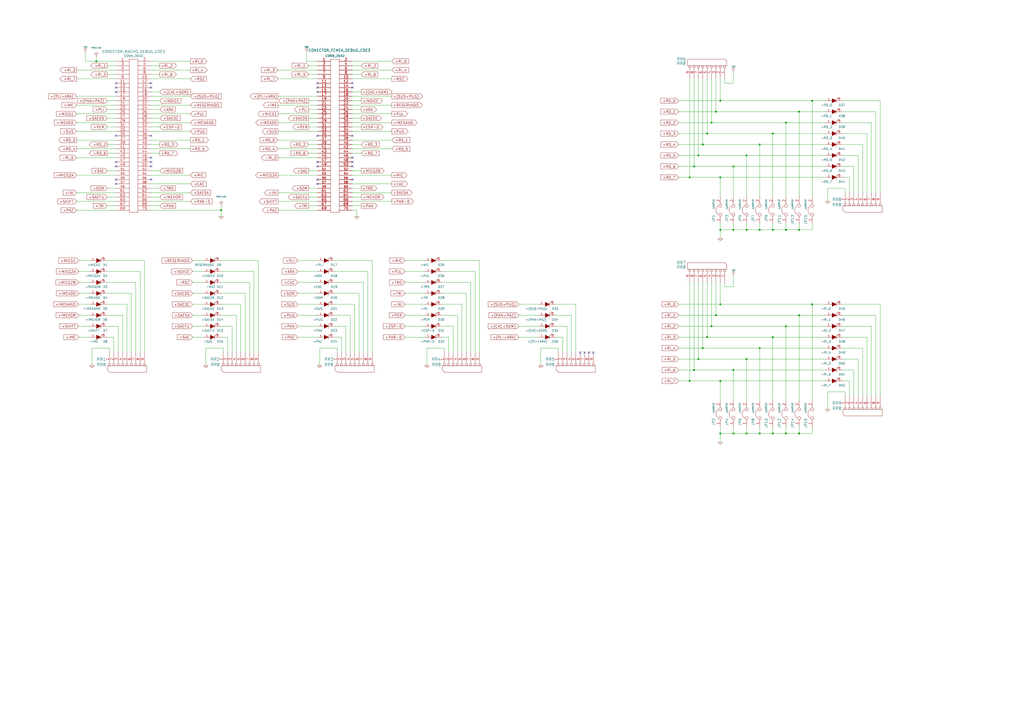
<source format=kicad_sch>
(kicad_sch (version 20250114) (generator "eeschema") (generator_version "9.0")
  (paper "A2")
  (title_block (date "2 aug 2016"))
  (junction (at 440.69 201.93))
  (junction (at 55.88 35.56))
  (junction (at 463.55 251.46))
  (junction (at 455.93 189.23))
  (junction (at 440.69 251.46))
  (junction (at 455.93 133.35))
  (junction (at 415.29 64.77))
  (junction (at 407.67 201.93))
  (junction (at 417.83 133.35))
  (junction (at 128.27 121.92))
  (junction (at 433.07 90.17))
  (junction (at 455.93 251.46))
  (junction (at 417.83 102.87))
  (junction (at 463.55 133.35))
  (junction (at 425.45 214.63))
  (junction (at 448.31 195.58))
  (junction (at 433.07 251.46))
  (junction (at 410.21 195.58))
  (junction (at 417.83 251.46))
  (junction (at 412.75 189.23))
  (junction (at 407.67 83.82))
  (junction (at 410.21 77.47))
  (junction (at 412.75 71.12))
  (junction (at 417.83 58.42))
  (junction (at 433.07 133.35))
  (junction (at 471.17 176.53))
  (junction (at 440.69 133.35))
  (junction (at 425.45 251.46))
  (junction (at 417.83 176.53))
  (junction (at 405.13 208.28))
  (junction (at 455.93 71.12))
  (junction (at 440.69 83.82))
  (junction (at 433.07 208.28))
  (junction (at 425.45 96.52))
  (junction (at 415.29 182.88))
  (junction (at 463.55 64.77))
  (junction (at 448.31 77.47))
  (junction (at 400.05 102.87))
  (junction (at 425.45 133.35))
  (junction (at 417.83 220.98))
  (junction (at 400.05 220.98))
  (junction (at 402.59 214.63))
  (junction (at 471.17 58.42))
  (junction (at 448.31 133.35))
  (junction (at 402.59 96.52))
  (junction (at 405.13 90.17))
  (junction (at 448.31 251.46))
  (junction (at 463.55 182.88))
  (no_connect (at 67.31 106.68))
  (no_connect (at 184.15 78.74))
  (no_connect (at 87.63 50.8))
  (no_connect (at 67.31 93.98))
  (no_connect (at 87.63 48.26))
  (no_connect (at 204.47 48.26))
  (no_connect (at 184.15 50.8))
  (no_connect (at 87.63 104.14))
  (no_connect (at 344.17 204.47))
  (no_connect (at 87.63 91.44))
  (no_connect (at 87.63 96.52))
  (no_connect (at 204.47 93.98))
  (no_connect (at 204.47 78.74))
  (no_connect (at 184.15 53.34))
  (no_connect (at 87.63 78.74))
  (no_connect (at 204.47 50.8))
  (no_connect (at 341.63 204.47))
  (no_connect (at 336.55 204.47))
  (no_connect (at 67.31 50.8))
  (no_connect (at 67.31 96.52))
  (no_connect (at 204.47 91.44))
  (no_connect (at 67.31 53.34))
  (no_connect (at 184.15 106.68))
  (no_connect (at 184.15 104.14))
  (no_connect (at 67.31 48.26))
  (no_connect (at 184.15 48.26))
  (no_connect (at 67.31 78.74))
  (no_connect (at 204.47 104.14))
  (no_connect (at 67.31 104.14))
  (no_connect (at 339.09 204.47))
  (no_connect (at 204.47 96.52))
  (no_connect (at 184.15 96.52))
  (no_connect (at 87.63 93.98))
  (no_connect (at 184.15 93.98))
  (wire (pts (xy 179.07 114.3) (xy 184.15 114.3)))
  (wire (pts (xy 63.5 201.93) (xy 53.34 201.93)))
  (wire (pts (xy 205.74 176.53) (xy 205.74 204.47)))
  (wire (pts (xy 44.45 91.44) (xy 67.31 91.44)))
  (wire (pts (xy 334.01 176.53) (xy 334.01 204.47)))
  (wire (pts (xy 420.37 166.37) (xy 425.45 166.37)))
  (wire (pts (xy 179.07 83.82) (xy 184.15 83.82)))
  (wire (pts (xy 425.45 133.35) (xy 433.07 133.35)))
  (wire (pts (xy 270.51 204.47) (xy 270.51 170.18)))
  (wire (pts (xy 147.32 157.48) (xy 128.27 157.48)))
  (wire (pts (xy 425.45 166.37) (xy 425.45 160.02)))
  (wire (pts (xy 405.13 163.83) (xy 405.13 208.28)))
  (wire (pts (xy 275.59 157.48) (xy 256.54 157.48)))
  (wire (pts (xy 63.5 204.47) (xy 63.5 201.93)))
  (wire (pts (xy 495.3 96.52) (xy 495.3 111.76)))
  (wire (pts (xy 415.29 64.77) (xy 463.55 64.77)))
  (wire (pts (xy 448.31 77.47) (xy 478.79 77.47)))
  (wire (pts (xy 62.23 38.1) (xy 67.31 38.1)))
  (wire (pts (xy 312.42 176.53) (xy 300.99 176.53)))
  (wire (pts (xy 209.55 43.18) (xy 204.47 43.18)))
  (wire (pts (xy 44.45 116.84) (xy 67.31 116.84)))
  (wire (pts (xy 488.95 71.12) (xy 505.46 71.12)))
  (wire (pts (xy 471.17 176.53) (xy 478.79 176.53)))
  (wire (pts (xy 492.76 111.76) (xy 492.76 102.87)))
  (wire (pts (xy 194.31 151.13) (xy 215.9 151.13)))
  (wire (pts (xy 161.29 86.36) (xy 184.15 86.36)))
  (wire (pts (xy 45.72 182.88) (xy 52.07 182.88)))
  (wire (pts (xy 213.36 157.48) (xy 194.31 157.48)))
  (wire (pts (xy 227.33 76.2) (xy 204.47 76.2)))
  (wire (pts (xy 92.71 88.9) (xy 87.63 88.9)))
  (wire (pts (xy 179.07 58.42) (xy 184.15 58.42)))
  (wire (pts (xy 400.05 220.98) (xy 417.83 220.98)))
  (wire (pts (xy 393.7 208.28) (xy 405.13 208.28)))
  (wire (pts (xy 471.17 232.41) (xy 471.17 176.53)))
  (wire (pts (xy 227.33 40.64) (xy 204.47 40.64)))
  (wire (pts (xy 505.46 71.12) (xy 505.46 111.76)))
  (wire (pts (xy 161.29 116.84) (xy 184.15 116.84)))
  (wire (pts (xy 393.7 83.82) (xy 407.67 83.82)))
  (wire (pts (xy 455.93 133.35) (xy 463.55 133.35)))
  (wire (pts (xy 110.49 60.96) (xy 87.63 60.96)))
  (wire (pts (xy 455.93 189.23) (xy 478.79 189.23)))
  (wire (pts (xy 92.71 73.66) (xy 87.63 73.66)))
  (wire (pts (xy 209.55 58.42) (xy 204.47 58.42)))
  (wire (pts (xy 440.69 251.46) (xy 448.31 251.46)))
  (wire (pts (xy 492.76 102.87) (xy 488.95 102.87)))
  (wire (pts (xy 142.24 170.18) (xy 128.27 170.18)))
  (wire (pts (xy 227.33 45.72) (xy 204.47 45.72)))
  (wire (pts (xy 331.47 182.88) (xy 322.58 182.88)))
  (wire (pts (xy 433.07 232.41) (xy 433.07 208.28)))
  (wire (pts (xy 393.7 214.63) (xy 402.59 214.63)))
  (wire (pts (xy 227.33 106.68) (xy 204.47 106.68)))
  (wire (pts (xy 45.72 170.18) (xy 52.07 170.18)))
  (wire (pts (xy 128.27 119.38) (xy 128.27 121.92)))
  (wire (pts (xy 110.49 116.84) (xy 87.63 116.84)))
  (wire (pts (xy 110.49 35.56) (xy 87.63 35.56)))
  (wire (pts (xy 463.55 64.77) (xy 478.79 64.77)))
  (wire (pts (xy 49.53 30.48) (xy 49.53 35.56)))
  (wire (pts (xy 119.38 201.93) (xy 119.38 212.09)))
  (wire (pts (xy 172.72 157.48) (xy 184.15 157.48)))
  (wire (pts (xy 111.76 195.58) (xy 118.11 195.58)))
  (wire (pts (xy 198.12 204.47) (xy 198.12 195.58)))
  (wire (pts (xy 209.55 83.82) (xy 204.47 83.82)))
  (wire (pts (xy 213.36 204.47) (xy 213.36 157.48)))
  (wire (pts (xy 110.49 71.12) (xy 87.63 71.12)))
  (wire (pts (xy 184.15 109.22) (xy 179.07 109.22)))
  (wire (pts (xy 265.43 204.47) (xy 265.43 182.88)))
  (wire (pts (xy 412.75 189.23) (xy 455.93 189.23)))
  (wire (pts (xy 463.55 247.65) (xy 463.55 251.46)))
  (wire (pts (xy 433.07 208.28) (xy 478.79 208.28)))
  (wire (pts (xy 62.23 58.42) (xy 67.31 58.42)))
  (wire (pts (xy 455.93 232.41) (xy 455.93 189.23)))
  (wire (pts (xy 417.83 133.35) (xy 425.45 133.35)))
  (wire (pts (xy 480.06 227.33) (xy 480.06 237.49)))
  (wire (pts (xy 415.29 182.88) (xy 463.55 182.88)))
  (wire (pts (xy 234.95 195.58) (xy 246.38 195.58)))
  (wire (pts (xy 417.83 247.65) (xy 417.83 251.46)))
  (wire (pts (xy 270.51 170.18) (xy 256.54 170.18)))
  (wire (pts (xy 185.42 201.93) (xy 185.42 212.09)))
  (wire (pts (xy 393.7 201.93) (xy 407.67 201.93)))
  (wire (pts (xy 510.54 58.42) (xy 510.54 111.76)))
  (wire (pts (xy 448.31 133.35) (xy 448.31 129.54)))
  (wire (pts (xy 111.76 170.18) (xy 118.11 170.18)))
  (wire (pts (xy 110.49 45.72) (xy 87.63 45.72)))
  (wire (pts (xy 44.45 55.88) (xy 67.31 55.88)))
  (wire (pts (xy 402.59 96.52) (xy 425.45 96.52)))
  (wire (pts (xy 410.21 45.72) (xy 410.21 77.47)))
  (wire (pts (xy 322.58 176.53) (xy 334.01 176.53)))
  (wire (pts (xy 440.69 133.35) (xy 448.31 133.35)))
  (wire (pts (xy 209.55 119.38) (xy 204.47 119.38)))
  (wire (pts (xy 234.95 157.48) (xy 246.38 157.48)))
  (wire (pts (xy 331.47 204.47) (xy 331.47 182.88)))
  (wire (pts (xy 128.27 176.53) (xy 139.7 176.53)))
  (wire (pts (xy 62.23 189.23) (xy 68.58 189.23)))
  (wire (pts (xy 227.33 66.04) (xy 204.47 66.04)))
  (wire (pts (xy 161.29 121.92) (xy 184.15 121.92)))
  (wire (pts (xy 172.72 170.18) (xy 184.15 170.18)))
  (wire (pts (xy 227.33 71.12) (xy 204.47 71.12)))
  (wire (pts (xy 425.45 232.41) (xy 425.45 214.63)))
  (wire (pts (xy 497.84 111.76) (xy 497.84 90.17)))
  (wire (pts (xy 215.9 151.13) (xy 215.9 204.47)))
  (wire (pts (xy 208.28 204.47) (xy 208.28 170.18)))
  (wire (pts (xy 508 111.76) (xy 508 64.77)))
  (wire (pts (xy 129.54 204.47) (xy 129.54 201.93)))
  (wire (pts (xy 417.83 58.42) (xy 471.17 58.42)))
  (wire (pts (xy 209.55 73.66) (xy 204.47 73.66)))
  (wire (pts (xy 417.83 129.54) (xy 417.83 133.35)))
  (wire (pts (xy 161.29 111.76) (xy 184.15 111.76)))
  (wire (pts (xy 87.63 114.3) (xy 92.71 114.3)))
  (wire (pts (xy 312.42 189.23) (xy 300.99 189.23)))
  (wire (pts (xy 393.7 96.52) (xy 402.59 96.52)))
  (wire (pts (xy 177.8 35.56) (xy 184.15 35.56)))
  (wire (pts (xy 425.45 129.54) (xy 425.45 133.35)))
  (wire (pts (xy 417.83 220.98) (xy 478.79 220.98)))
  (wire (pts (xy 448.31 251.46) (xy 448.31 247.65)))
  (wire (pts (xy 52.07 176.53) (xy 45.72 176.53)))
  (wire (pts (xy 488.95 214.63) (xy 495.3 214.63)))
  (wire (pts (xy 393.7 102.87) (xy 400.05 102.87)))
  (wire (pts (xy 110.49 106.68) (xy 87.63 106.68)))
  (wire (pts (xy 92.71 63.5) (xy 87.63 63.5)))
  (wire (pts (xy 502.92 195.58) (xy 488.95 195.58)))
  (wire (pts (xy 81.28 157.48) (xy 62.23 157.48)))
  (wire (pts (xy 393.7 182.88) (xy 415.29 182.88)))
  (wire (pts (xy 179.07 88.9) (xy 184.15 88.9)))
  (wire (pts (xy 463.55 133.35) (xy 471.17 133.35)))
  (wire (pts (xy 417.83 102.87) (xy 478.79 102.87)))
  (wire (pts (xy 410.21 195.58) (xy 448.31 195.58)))
  (wire (pts (xy 161.29 45.72) (xy 184.15 45.72)))
  (wire (pts (xy 488.95 83.82) (xy 500.38 83.82)))
  (wire (pts (xy 502.92 77.47) (xy 488.95 77.47)))
  (wire (pts (xy 179.07 43.18) (xy 184.15 43.18)))
  (wire (pts (xy 490.22 111.76) (xy 490.22 109.22)))
  (wire (pts (xy 275.59 204.47) (xy 275.59 157.48)))
  (wire (pts (xy 455.93 247.65) (xy 455.93 251.46)))
  (wire (pts (xy 177.8 30.48) (xy 177.8 35.56)))
  (wire (pts (xy 92.71 99.06) (xy 87.63 99.06)))
  (wire (pts (xy 209.55 68.58) (xy 204.47 68.58)))
  (wire (pts (xy 111.76 157.48) (xy 118.11 157.48)))
  (wire (pts (xy 326.39 204.47) (xy 326.39 195.58)))
  (wire (pts (xy 417.83 176.53) (xy 471.17 176.53)))
  (wire (pts (xy 134.62 189.23) (xy 134.62 204.47)))
  (wire (pts (xy 488.95 96.52) (xy 495.3 96.52)))
  (wire (pts (xy 260.35 195.58) (xy 256.54 195.58)))
  (wire (pts (xy 92.71 119.38) (xy 87.63 119.38)))
  (wire (pts (xy 425.45 114.3) (xy 425.45 96.52)))
  (wire (pts (xy 455.93 129.54) (xy 455.93 133.35)))
  (wire (pts (xy 118.11 176.53) (xy 111.76 176.53)))
  (wire (pts (xy 417.83 45.72) (xy 417.83 58.42)))
  (wire (pts (xy 118.11 189.23) (xy 111.76 189.23)))
  (wire (pts (xy 67.31 109.22) (xy 62.23 109.22)))
  (wire (pts (xy 405.13 45.72) (xy 405.13 90.17)))
  (wire (pts (xy 132.08 204.47) (xy 132.08 195.58)))
  (wire (pts (xy 412.75 71.12) (xy 455.93 71.12)))
  (wire (pts (xy 207.01 121.92) (xy 207.01 125.73)))
  (wire (pts (xy 210.82 163.83) (xy 210.82 204.47)))
  (wire (pts (xy 68.58 189.23) (xy 68.58 204.47)))
  (wire (pts (xy 415.29 45.72) (xy 415.29 64.77)))
  (wire (pts (xy 194.31 176.53) (xy 205.74 176.53)))
  (wire (pts (xy 246.38 176.53) (xy 234.95 176.53)))
  (wire (pts (xy 463.55 182.88) (xy 478.79 182.88)))
  (wire (pts (xy 45.72 157.48) (xy 52.07 157.48)))
  (wire (pts (xy 45.72 195.58) (xy 52.07 195.58)))
  (wire (pts (xy 247.65 201.93) (xy 247.65 212.09)))
  (wire (pts (xy 62.23 114.3) (xy 67.31 114.3)))
  (wire (pts (xy 83.82 151.13) (xy 83.82 204.47)))
  (wire (pts (xy 500.38 201.93) (xy 500.38 229.87)))
  (wire (pts (xy 78.74 163.83) (xy 78.74 204.47)))
  (wire (pts (xy 55.88 35.56) (xy 67.31 35.56)))
  (wire (pts (xy 488.95 201.93) (xy 500.38 201.93)))
  (wire (pts (xy 184.15 151.13) (xy 172.72 151.13)))
  (wire (pts (xy 161.29 76.2) (xy 184.15 76.2)))
  (wire (pts (xy 415.29 163.83) (xy 415.29 182.88)))
  (wire (pts (xy 110.49 55.88) (xy 87.63 55.88)))
  (wire (pts (xy 44.45 60.96) (xy 67.31 60.96)))
  (wire (pts (xy 417.83 114.3) (xy 417.83 102.87)))
  (wire (pts (xy 209.55 88.9) (xy 204.47 88.9)))
  (wire (pts (xy 62.23 99.06) (xy 67.31 99.06)))
  (wire (pts (xy 161.29 101.6) (xy 184.15 101.6)))
  (wire (pts (xy 463.55 251.46) (xy 471.17 251.46)))
  (wire (pts (xy 209.55 38.1) (xy 204.47 38.1)))
  (wire (pts (xy 128.27 189.23) (xy 134.62 189.23)))
  (wire (pts (xy 71.12 204.47) (xy 71.12 182.88)))
  (wire (pts (xy 110.49 81.28) (xy 87.63 81.28)))
  (wire (pts (xy 184.15 189.23) (xy 172.72 189.23)))
  (wire (pts (xy 144.78 163.83) (xy 144.78 204.47)))
  (wire (pts (xy 110.49 76.2) (xy 87.63 76.2)))
  (wire (pts (xy 471.17 251.46) (xy 471.17 247.65)))
  (wire (pts (xy 262.89 189.23) (xy 262.89 204.47)))
  (wire (pts (xy 500.38 83.82) (xy 500.38 111.76)))
  (wire (pts (xy 455.93 251.46) (xy 463.55 251.46)))
  (wire (pts (xy 256.54 151.13) (xy 278.13 151.13)))
  (wire (pts (xy 508 182.88) (xy 488.95 182.88)))
  (wire (pts (xy 417.83 251.46) (xy 417.83 256.54)))
  (wire (pts (xy 195.58 201.93) (xy 185.42 201.93)))
  (wire (pts (xy 440.69 129.54) (xy 440.69 133.35)))
  (wire (pts (xy 209.55 63.5) (xy 204.47 63.5)))
  (wire (pts (xy 52.07 189.23) (xy 45.72 189.23)))
  (wire (pts (xy 62.23 43.18) (xy 67.31 43.18)))
  (wire (pts (xy 44.45 111.76) (xy 67.31 111.76)))
  (wire (pts (xy 66.04 204.47) (xy 66.04 195.58)))
  (wire (pts (xy 402.59 214.63) (xy 425.45 214.63)))
  (wire (pts (xy 455.93 114.3) (xy 455.93 71.12)))
  (wire (pts (xy 257.81 201.93) (xy 247.65 201.93)))
  (wire (pts (xy 492.76 229.87) (xy 492.76 220.98)))
  (wire (pts (xy 227.33 55.88) (xy 204.47 55.88)))
  (wire (pts (xy 227.33 111.76) (xy 204.47 111.76)))
  (wire (pts (xy 502.92 229.87) (xy 502.92 195.58)))
  (wire (pts (xy 87.63 121.92) (xy 128.27 121.92)))
  (wire (pts (xy 488.95 189.23) (xy 505.46 189.23)))
  (wire (pts (xy 92.71 53.34) (xy 87.63 53.34)))
  (wire (pts (xy 322.58 189.23) (xy 328.93 189.23)))
  (wire (pts (xy 257.81 204.47) (xy 257.81 201.93)))
  (wire (pts (xy 433.07 90.17) (xy 478.79 90.17)))
  (wire (pts (xy 227.33 35.56) (xy 204.47 35.56)))
  (wire (pts (xy 402.59 214.63) (xy 402.59 163.83)))
  (wire (pts (xy 110.49 66.04) (xy 87.63 66.04)))
  (wire (pts (xy 420.37 48.26) (xy 425.45 48.26)))
  (wire (pts (xy 172.72 195.58) (xy 184.15 195.58)))
  (wire (pts (xy 313.69 201.93) (xy 313.69 212.09)))
  (wire (pts (xy 49.53 35.56) (xy 55.88 35.56)))
  (wire (pts (xy 62.23 88.9) (xy 67.31 88.9)))
  (wire (pts (xy 407.67 163.83) (xy 407.67 201.93)))
  (wire (pts (xy 204.47 121.92) (xy 207.01 121.92)))
  (wire (pts (xy 393.7 64.77) (xy 415.29 64.77)))
  (wire (pts (xy 179.07 63.5) (xy 184.15 63.5)))
  (wire (pts (xy 505.46 189.23) (xy 505.46 229.87)))
  (wire (pts (xy 463.55 114.3) (xy 463.55 64.77)))
  (wire (pts (xy 488.95 58.42) (xy 510.54 58.42)))
  (wire (pts (xy 62.23 63.5) (xy 67.31 63.5)))
  (wire (pts (xy 62.23 73.66) (xy 67.31 73.66)))
  (wire (pts (xy 405.13 90.17) (xy 433.07 90.17)))
  (wire (pts (xy 410.21 163.83) (xy 410.21 195.58)))
  (wire (pts (xy 256.54 163.83) (xy 273.05 163.83)))
  (wire (pts (xy 227.33 81.28) (xy 204.47 81.28)))
  (wire (pts (xy 62.23 163.83) (xy 78.74 163.83)))
  (wire (pts (xy 110.49 86.36) (xy 87.63 86.36)))
  (wire (pts (xy 161.29 66.04) (xy 184.15 66.04)))
  (wire (pts (xy 92.71 38.1) (xy 87.63 38.1)))
  (wire (pts (xy 128.27 151.13) (xy 149.86 151.13)))
  (wire (pts (xy 420.37 45.72) (xy 420.37 48.26)))
  (wire (pts (xy 161.29 60.96) (xy 184.15 60.96)))
  (wire (pts (xy 73.66 176.53) (xy 73.66 204.47)))
  (wire (pts (xy 417.83 133.35) (xy 417.83 138.43)))
  (wire (pts (xy 417.83 251.46) (xy 425.45 251.46)))
  (wire (pts (xy 510.54 176.53) (xy 510.54 229.87)))
  (wire (pts (xy 440.69 247.65) (xy 440.69 251.46)))
  (wire (pts (xy 440.69 201.93) (xy 478.79 201.93)))
  (wire (pts (xy 492.76 220.98) (xy 488.95 220.98)))
  (wire (pts (xy 471.17 114.3) (xy 471.17 58.42)))
  (wire (pts (xy 407.67 201.93) (xy 440.69 201.93)))
  (wire (pts (xy 118.11 163.83) (xy 111.76 163.83)))
  (wire (pts (xy 448.31 114.3) (xy 448.31 77.47)))
  (wire (pts (xy 44.45 101.6) (xy 67.31 101.6)))
  (wire (pts (xy 273.05 163.83) (xy 273.05 204.47)))
  (wire (pts (xy 256.54 176.53) (xy 267.97 176.53)))
  (wire (pts (xy 71.12 182.88) (xy 62.23 182.88)))
  (wire (pts (xy 110.49 111.76) (xy 87.63 111.76)))
  (wire (pts (xy 128.27 121.92) (xy 128.27 125.73)))
  (wire (pts (xy 471.17 58.42) (xy 478.79 58.42)))
  (wire (pts (xy 194.31 163.83) (xy 210.82 163.83)))
  (wire (pts (xy 128.27 163.83) (xy 144.78 163.83)))
  (wire (pts (xy 495.3 214.63) (xy 495.3 229.87)))
  (wire (pts (xy 234.95 182.88) (xy 246.38 182.88)))
  (wire (pts (xy 407.67 83.82) (xy 440.69 83.82)))
  (wire (pts (xy 393.7 195.58) (xy 410.21 195.58)))
  (wire (pts (xy 256.54 189.23) (xy 262.89 189.23)))
  (wire (pts (xy 44.45 81.28) (xy 67.31 81.28)))
  (wire (pts (xy 203.2 204.47) (xy 203.2 182.88)))
  (wire (pts (xy 393.7 176.53) (xy 417.83 176.53)))
  (wire (pts (xy 508 229.87) (xy 508 182.88)))
  (wire (pts (xy 198.12 195.58) (xy 194.31 195.58)))
  (wire (pts (xy 420.37 163.83) (xy 420.37 166.37)))
  (wire (pts (xy 161.29 91.44) (xy 184.15 91.44)))
  (wire (pts (xy 44.45 76.2) (xy 67.31 76.2)))
  (wire (pts (xy 52.07 163.83) (xy 45.72 163.83)))
  (wire (pts (xy 417.83 163.83) (xy 417.83 176.53)))
  (wire (pts (xy 44.45 45.72) (xy 67.31 45.72)))
  (wire (pts (xy 209.55 53.34) (xy 204.47 53.34)))
  (wire (pts (xy 209.55 109.22) (xy 204.47 109.22)))
  (wire (pts (xy 139.7 176.53) (xy 139.7 204.47)))
  (wire (pts (xy 407.67 45.72) (xy 407.67 83.82)))
  (wire (pts (xy 405.13 208.28) (xy 433.07 208.28)))
  (wire (pts (xy 44.45 86.36) (xy 67.31 86.36)))
  (wire (pts (xy 393.7 58.42) (xy 417.83 58.42)))
  (wire (pts (xy 161.29 81.28) (xy 184.15 81.28)))
  (wire (pts (xy 448.31 232.41) (xy 448.31 195.58)))
  (wire (pts (xy 433.07 251.46) (xy 440.69 251.46)))
  (wire (pts (xy 328.93 189.23) (xy 328.93 204.47)))
  (wire (pts (xy 208.28 170.18) (xy 194.31 170.18)))
  (wire (pts (xy 433.07 114.3) (xy 433.07 90.17)))
  (wire (pts (xy 62.23 119.38) (xy 67.31 119.38)))
  (wire (pts (xy 246.38 189.23) (xy 234.95 189.23)))
  (wire (pts (xy 137.16 182.88) (xy 128.27 182.88)))
  (wire (pts (xy 62.23 83.82) (xy 67.31 83.82)))
  (wire (pts (xy 200.66 189.23) (xy 200.66 204.47)))
  (wire (pts (xy 179.07 68.58) (xy 184.15 68.58)))
  (wire (pts (xy 62.23 151.13) (xy 83.82 151.13)))
  (wire (pts (xy 161.29 71.12) (xy 184.15 71.12)))
  (wire (pts (xy 400.05 102.87) (xy 417.83 102.87)))
  (wire (pts (xy 440.69 114.3) (xy 440.69 83.82)))
  (wire (pts (xy 508 64.77) (xy 488.95 64.77)))
  (wire (pts (xy 463.55 232.41) (xy 463.55 182.88)))
  (wire (pts (xy 440.69 83.82) (xy 478.79 83.82)))
  (wire (pts (xy 62.23 68.58) (xy 67.31 68.58)))
  (wire (pts (xy 203.2 182.88) (xy 194.31 182.88)))
  (wire (pts (xy 149.86 151.13) (xy 149.86 204.47)))
  (wire (pts (xy 179.07 119.38) (xy 184.15 119.38)))
  (wire (pts (xy 412.75 45.72) (xy 412.75 71.12)))
  (wire (pts (xy 433.07 133.35) (xy 440.69 133.35)))
  (wire (pts (xy 44.45 71.12) (xy 67.31 71.12)))
  (wire (pts (xy 412.75 163.83) (xy 412.75 189.23)))
  (wire (pts (xy 267.97 176.53) (xy 267.97 204.47)))
  (wire (pts (xy 425.45 96.52) (xy 478.79 96.52)))
  (wire (pts (xy 400.05 45.72) (xy 400.05 102.87)))
  (wire (pts (xy 425.45 48.26) (xy 425.45 41.91)))
  (wire (pts (xy 110.49 40.64) (xy 87.63 40.64)))
  (wire (pts (xy 194.31 189.23) (xy 200.66 189.23)))
  (wire (pts (xy 76.2 204.47) (xy 76.2 170.18)))
  (wire (pts (xy 179.07 99.06) (xy 184.15 99.06)))
  (wire (pts (xy 497.84 229.87) (xy 497.84 208.28)))
  (wire (pts (xy 184.15 163.83) (xy 172.72 163.83)))
  (wire (pts (xy 110.49 101.6) (xy 87.63 101.6)))
  (wire (pts (xy 260.35 204.47) (xy 260.35 195.58)))
  (wire (pts (xy 455.93 71.12) (xy 478.79 71.12)))
  (wire (pts (xy 179.07 38.1) (xy 184.15 38.1)))
  (wire (pts (xy 227.33 86.36) (xy 204.47 86.36)))
  (wire (pts (xy 393.7 77.47) (xy 410.21 77.47)))
  (wire (pts (xy 179.07 73.66) (xy 184.15 73.66)))
  (wire (pts (xy 497.84 208.28) (xy 488.95 208.28)))
  (wire (pts (xy 393.7 71.12) (xy 412.75 71.12)))
  (wire (pts (xy 161.29 55.88) (xy 184.15 55.88)))
  (wire (pts (xy 480.06 109.22) (xy 480.06 116.84)))
  (wire (pts (xy 76.2 170.18) (xy 62.23 170.18)))
  (wire (pts (xy 463.55 129.54) (xy 463.55 133.35)))
  (wire (pts (xy 62.23 176.53) (xy 73.66 176.53)))
  (wire (pts (xy 118.11 151.13) (xy 111.76 151.13)))
  (wire (pts (xy 448.31 133.35) (xy 455.93 133.35)))
  (wire (pts (xy 53.34 201.93) (xy 53.34 212.09)))
  (wire (pts (xy 52.07 151.13) (xy 45.72 151.13)))
  (wire (pts (xy 92.71 83.82) (xy 87.63 83.82)))
  (wire (pts (xy 425.45 247.65) (xy 425.45 251.46)))
  (wire (pts (xy 209.55 99.06) (xy 204.47 99.06)))
  (wire (pts (xy 92.71 58.42) (xy 87.63 58.42)))
  (wire (pts (xy 323.85 201.93) (xy 313.69 201.93)))
  (wire (pts (xy 417.83 232.41) (xy 417.83 220.98)))
  (wire (pts (xy 147.32 204.47) (xy 147.32 157.48)))
  (wire (pts (xy 204.47 114.3) (xy 209.55 114.3)))
  (wire (pts (xy 448.31 195.58) (xy 478.79 195.58)))
  (wire (pts (xy 161.29 40.64) (xy 184.15 40.64)))
  (wire (pts (xy 195.58 204.47) (xy 195.58 201.93)))
  (wire (pts (xy 246.38 163.83) (xy 234.95 163.83)))
  (wire (pts (xy 490.22 229.87) (xy 490.22 227.33)))
  (wire (pts (xy 425.45 251.46) (xy 433.07 251.46)))
  (wire (pts (xy 300.99 182.88) (xy 312.42 182.88)))
  (wire (pts (xy 488.95 176.53) (xy 510.54 176.53)))
  (wire (pts (xy 326.39 195.58) (xy 322.58 195.58)))
  (wire (pts (xy 400.05 163.83) (xy 400.05 220.98)))
  (wire (pts (xy 44.45 40.64) (xy 67.31 40.64)))
  (wire (pts (xy 323.85 204.47) (xy 323.85 201.93)))
  (wire (pts (xy 92.71 109.22) (xy 87.63 109.22)))
  (wire (pts (xy 502.92 111.76) (xy 502.92 77.47)))
  (wire (pts (xy 44.45 121.92) (xy 67.31 121.92)))
  (wire (pts (xy 132.08 195.58) (xy 128.27 195.58)))
  (wire (pts (xy 278.13 151.13) (xy 278.13 204.47)))
  (wire (pts (xy 490.22 109.22) (xy 480.06 109.22)))
  (wire (pts (xy 440.69 232.41) (xy 440.69 201.93)))
  (wire (pts (xy 111.76 182.88) (xy 118.11 182.88)))
  (wire (pts (xy 402.59 96.52) (xy 402.59 45.72)))
  (wire (pts (xy 425.45 214.63) (xy 478.79 214.63)))
  (wire (pts (xy 410.21 77.47) (xy 448.31 77.47)))
  (wire (pts (xy 393.7 220.98) (xy 400.05 220.98)))
  (wire (pts (xy 227.33 116.84) (xy 204.47 116.84)))
  (wire (pts (xy 129.54 201.93) (xy 119.38 201.93)))
  (wire (pts (xy 246.38 151.13) (xy 234.95 151.13)))
  (wire (pts (xy 393.7 90.17) (xy 405.13 90.17)))
  (wire (pts (xy 490.22 227.33) (xy 480.06 227.33)))
  (wire (pts (xy 142.24 204.47) (xy 142.24 170.18)))
  (wire (pts (xy 44.45 66.04) (xy 67.31 66.04)))
  (wire (pts (xy 81.28 204.47) (xy 81.28 157.48)))
  (wire (pts (xy 227.33 60.96) (xy 204.47 60.96)))
  (wire (pts (xy 433.07 133.35) (xy 433.07 129.54)))
  (wire (pts (xy 471.17 133.35) (xy 471.17 129.54)))
  (wire (pts (xy 55.88 33.02) (xy 55.88 35.56)))
  (wire (pts (xy 184.15 176.53) (xy 172.72 176.53)))
  (wire (pts (xy 234.95 170.18) (xy 246.38 170.18)))
  (wire (pts (xy 393.7 189.23) (xy 412.75 189.23)))
  (wire (pts (xy 265.43 182.88) (xy 256.54 182.88)))
  (wire (pts (xy 448.31 251.46) (xy 455.93 251.46)))
  (wire (pts (xy 92.71 68.58) (xy 87.63 68.58)))
  (wire (pts (xy 227.33 101.6) (xy 204.47 101.6)))
  (wire (pts (xy 433.07 251.46) (xy 433.07 247.65)))
  (wire (pts (xy 497.84 90.17) (xy 488.95 90.17)))
  (wire (pts (xy 137.16 204.47) (xy 137.16 182.88)))
  (wire (pts (xy 92.71 43.18) (xy 87.63 43.18)))
  (wire (pts (xy 300.99 195.58) (xy 312.42 195.58)))
  (wire (pts (xy 66.04 195.58) (xy 62.23 195.58)))
  (wire (pts (xy 172.72 182.88) (xy 184.15 182.88)))
  (global_label "+IMEXOR" (shape input) (at 45.72 182.88 180) (effects (font (size 1.524 1.524))) (property "Intersheetrefs" "${INTERSHEET_REFS}" (effects (hide yes))))
  (global_label "+RD_2" (shape output) (at 62.23 83.82 180) (effects (font (size 1.524 1.524))) (property "Intersheetrefs" "${INTERSHEET_REFS}" (effects (hide yes))))
  (global_label "+(PLI+ARA)" (shape input) (at 300.99 195.58 180) (effects (font (size 1.524 1.524))) (property "Intersheetrefs" "${INTERSHEET_REFS}" (effects (hide yes))))
  (global_label "+PER" (shape output) (at 179.07 73.66 180) (effects (font (size 1.524 1.524))) (property "Intersheetrefs" "${INTERSHEET_REFS}" (effects (hide yes))))
  (global_label "+PAN" (shape input) (at 172.72 189.23 180) (effects (font (size 1.524 1.524))) (property "Intersheetrefs" "${INTERSHEET_REFS}" (effects (hide yes))))
  (global_label "+RD_5" (shape input) (at 393.7 90.17 180) (effects (font (size 1.524 1.524))) (property "Intersheetrefs" "${INTERSHEET_REFS}" (effects (hide yes))))
  (global_label "+RESERVADO" (shape input) (at 110.49 60.96 0) (effects (font (size 1.524 1.524))) (property "Intersheetrefs" "${INTERSHEET_REFS}" (effects (hide yes))))
  (global_label "+RD_4" (shape output) (at 44.45 86.36 180) (effects (font (size 1.524 1.524))) (property "Intersheetrefs" "${INTERSHEET_REFS}" (effects (hide yes))))
  (global_label "+PUL" (shape output) (at 227.33 66.04 0) (effects (font (size 1.524 1.524))) (property "Intersheetrefs" "${INTERSHEET_REFS}" (effects (hide yes))))
  (global_label "+(SUS+PUG)" (shape input) (at 300.99 176.53 180) (effects (font (size 1.524 1.524))) (property "Intersheetrefs" "${INTERSHEET_REFS}" (effects (hide yes))))
  (global_label "+IMEXOR" (shape output) (at 209.55 114.3 0) (effects (font (size 1.524 1.524))) (property "Intersheetrefs" "${INTERSHEET_REFS}" (effects (hide yes))))
  (global_label "+RD_7" (shape input) (at 393.7 102.87 180) (effects (font (size 1.524 1.524))) (property "Intersheetrefs" "${INTERSHEET_REFS}" (effects (hide yes))))
  (global_label "+INI" (shape input) (at 234.95 176.53 180) (effects (font (size 1.524 1.524))) (property "Intersheetrefs" "${INTERSHEET_REFS}" (effects (hide yes))))
  (global_label "+SOM" (shape input) (at 172.72 170.18 180) (effects (font (size 1.524 1.524))) (property "Intersheetrefs" "${INTERSHEET_REFS}" (effects (hide yes))))
  (global_label "+SAESA" (shape output) (at 227.33 111.76 0) (effects (font (size 1.524 1.524))) (property "Intersheetrefs" "${INTERSHEET_REFS}" (effects (hide yes))))
  (global_label "+SAEDS" (shape input) (at 62.23 68.58 180) (effects (font (size 1.524 1.524))) (property "Intersheetrefs" "${INTERSHEET_REFS}" (effects (hide yes))))
  (global_label "+(PAN+PAZ)" (shape input) (at 62.23 58.42 180) (effects (font (size 1.524 1.524))) (property "Intersheetrefs" "${INTERSHEET_REFS}" (effects (hide yes))))
  (global_label "+IMENAND" (shape output) (at 227.33 71.12 0) (effects (font (size 1.524 1.524))) (property "Intersheetrefs" "${INTERSHEET_REFS}" (effects (hide yes))))
  (global_label "+SAEDS" (shape input) (at 111.76 170.18 180) (effects (font (size 1.524 1.524))) (property "Intersheetrefs" "${INTERSHEET_REFS}" (effects (hide yes))))
  (global_label "+RD_0" (shape output) (at 44.45 81.28 180) (effects (font (size 1.524 1.524))) (property "Intersheetrefs" "${INTERSHEET_REFS}" (effects (hide yes))))
  (global_label "+RI_6" (shape output) (at 92.71 43.18 0) (effects (font (size 1.524 1.524))) (property "Intersheetrefs" "${INTERSHEET_REFS}" (effects (hide yes))))
  (global_label "+PUL" (shape input) (at 234.95 157.48 180) (effects (font (size 1.524 1.524))) (property "Intersheetrefs" "${INTERSHEET_REFS}" (effects (hide yes))))
  (global_label "+RD_1" (shape output) (at 110.49 81.28 0) (effects (font (size 1.524 1.524))) (property "Intersheetrefs" "${INTERSHEET_REFS}" (effects (hide yes))))
  (global_label "+RI_3" (shape input) (at 161.29 40.64 180) (effects (font (size 1.524 1.524))) (property "Intersheetrefs" "${INTERSHEET_REFS}" (effects (hide yes))))
  (global_label "+RD_6" (shape input) (at 179.07 88.9 180) (effects (font (size 1.524 1.524))) (property "Intersheetrefs" "${INTERSHEET_REFS}" (effects (hide yes))))
  (global_label "+CAC" (shape input) (at 110.49 106.68 0) (effects (font (size 1.524 1.524))) (property "Intersheetrefs" "${INTERSHEET_REFS}" (effects (hide yes))))
  (global_label "+PAN" (shape output) (at 209.55 119.38 0) (effects (font (size 1.524 1.524))) (property "Intersheetrefs" "${INTERSHEET_REFS}" (effects (hide yes))))
  (global_label "+INI" (shape input) (at 44.45 111.76 180) (effects (font (size 1.524 1.524))) (property "Intersheetrefs" "${INTERSHEET_REFS}" (effects (hide yes))))
  (global_label "+SAE" (shape input) (at 111.76 195.58 180) (effects (font (size 1.524 1.524))) (property "Intersheetrefs" "${INTERSHEET_REFS}" (effects (hide yes))))
  (global_label "+RD_7" (shape output) (at 92.71 88.9 0) (effects (font (size 1.524 1.524))) (property "Intersheetrefs" "${INTERSHEET_REFS}" (effects (hide yes))))
  (global_label "+SAEDE" (shape input) (at 111.76 176.53 180) (effects (font (size 1.524 1.524))) (property "Intersheetrefs" "${INTERSHEET_REFS}" (effects (hide yes))))
  (global_label "+RI_7" (shape output) (at 44.45 45.72 180) (effects (font (size 1.524 1.524))) (property "Intersheetrefs" "${INTERSHEET_REFS}" (effects (hide yes))))
  (global_label "+PAZ" (shape output) (at 161.29 121.92 180) (effects (font (size 1.524 1.524))) (property "Intersheetrefs" "${INTERSHEET_REFS}" (effects (hide yes))))
  (global_label "+RESERVADO" (shape output) (at 227.33 60.96 0) (effects (font (size 1.524 1.524))) (property "Intersheetrefs" "${INTERSHEET_REFS}" (effects (hide yes))))
  (global_label "+RI_1" (shape input) (at 393.7 182.88 180) (effects (font (size 1.524 1.524))) (property "Intersheetrefs" "${INTERSHEET_REFS}" (effects (hide yes))))
  (global_label "+SOM" (shape input) (at 62.23 109.22 180) (effects (font (size 1.524 1.524))) (property "Intersheetrefs" "${INTERSHEET_REFS}" (effects (hide yes))))
  (global_label "+PLI" (shape input) (at 172.72 151.13 180) (effects (font (size 1.524 1.524))) (property "Intersheetrefs" "${INTERSHEET_REFS}" (effects (hide yes))))
  (global_label "+SAESA" (shape input) (at 111.76 182.88 180) (effects (font (size 1.524 1.524))) (property "Intersheetrefs" "${INTERSHEET_REFS}" (effects (hide yes))))
  (global_label "+SUS" (shape output) (at 161.29 76.2 180) (effects (font (size 1.524 1.524))) (property "Intersheetrefs" "${INTERSHEET_REFS}" (effects (hide yes))))
  (global_label "+IME" (shape input) (at 45.72 195.58 180) (effects (font (size 1.524 1.524))) (property "Intersheetrefs" "${INTERSHEET_REFS}" (effects (hide yes))))
  (global_label "+TRI" (shape input) (at 62.23 119.38 180) (effects (font (size 1.524 1.524))) (property "Intersheetrefs" "${INTERSHEET_REFS}" (effects (hide yes))))
  (global_label "+MICG2B" (shape input) (at 45.72 163.83 180) (effects (font (size 1.524 1.524))) (property "Intersheetrefs" "${INTERSHEET_REFS}" (effects (hide yes))))
  (global_label "+PAZ" (shape input) (at 172.72 195.58 180) (effects (font (size 1.524 1.524))) (property "Intersheetrefs" "${INTERSHEET_REFS}" (effects (hide yes))))
  (global_label "+RD_2" (shape input) (at 179.07 83.82 180) (effects (font (size 1.524 1.524))) (property "Intersheetrefs" "${INTERSHEET_REFS}" (effects (hide yes))))
  (global_label "+SHIFT" (shape input) (at 44.45 116.84 180) (effects (font (size 1.524 1.524))) (property "Intersheetrefs" "${INTERSHEET_REFS}" (effects (hide yes))))
  (global_label "+RI_7" (shape input) (at 393.7 220.98 180) (effects (font (size 1.524 1.524))) (property "Intersheetrefs" "${INTERSHEET_REFS}" (effects (hide yes))))
  (global_label "+(SUS+PUG)" (shape output) (at 227.33 55.88 0) (effects (font (size 1.524 1.524))) (property "Intersheetrefs" "${INTERSHEET_REFS}" (effects (hide yes))))
  (global_label "+MICG2A" (shape input) (at 44.45 101.6 180) (effects (font (size 1.524 1.524))) (property "Intersheetrefs" "${INTERSHEET_REFS}" (effects (hide yes))))
  (global_label "+SHIFT" (shape input) (at 45.72 189.23 180) (effects (font (size 1.524 1.524))) (property "Intersheetrefs" "${INTERSHEET_REFS}" (effects (hide yes))))
  (global_label "+INI" (shape output) (at 161.29 111.76 180) (effects (font (size 1.524 1.524))) (property "Intersheetrefs" "${INTERSHEET_REFS}" (effects (hide yes))))
  (global_label "+PLI" (shape input) (at 62.23 63.5 180) (effects (font (size 1.524 1.524))) (property "Intersheetrefs" "${INTERSHEET_REFS}" (effects (hide yes))))
  (global_label "+RD_7" (shape input) (at 209.55 88.9 0) (effects (font (size 1.524 1.524))) (property "Intersheetrefs" "${INTERSHEET_REFS}" (effects (hide yes))))
  (global_label "+SAEDE" (shape input) (at 92.71 68.58 0) (effects (font (size 1.524 1.524))) (property "Intersheetrefs" "${INTERSHEET_REFS}" (effects (hide yes))))
  (global_label "+RD_0" (shape input) (at 161.29 81.28 180) (effects (font (size 1.524 1.524))) (property "Intersheetrefs" "${INTERSHEET_REFS}" (effects (hide yes))))
  (global_label "+CAC" (shape input) (at 172.72 163.83 180) (effects (font (size 1.524 1.524))) (property "Intersheetrefs" "${INTERSHEET_REFS}" (effects (hide yes))))
  (global_label "+RI_2" (shape input) (at 209.55 38.1 0) (effects (font (size 1.524 1.524))) (property "Intersheetrefs" "${INTERSHEET_REFS}" (effects (hide yes))))
  (global_label "+RD_3" (shape output) (at 92.71 83.82 0) (effects (font (size 1.524 1.524))) (property "Intersheetrefs" "${INTERSHEET_REFS}" (effects (hide yes))))
  (global_label "+RD_6" (shape output) (at 62.23 88.9 180) (effects (font (size 1.524 1.524))) (property "Intersheetrefs" "${INTERSHEET_REFS}" (effects (hide yes))))
  (global_label "+PLI" (shape output) (at 179.07 63.5 180) (effects (font (size 1.524 1.524))) (property "Intersheetrefs" "${INTERSHEET_REFS}" (effects (hide yes))))
  (global_label "+ESP-D" (shape input) (at 234.95 189.23 180) (effects (font (size 1.524 1.524))) (property "Intersheetrefs" "${INTERSHEET_REFS}" (effects (hide yes))))
  (global_label "+RI_0" (shape input) (at 393.7 176.53 180) (effects (font (size 1.524 1.524))) (property "Intersheetrefs" "${INTERSHEET_REFS}" (effects (hide yes))))
  (global_label "+RI_5" (shape input) (at 179.07 43.18 180) (effects (font (size 1.524 1.524))) (property "Intersheetrefs" "${INTERSHEET_REFS}" (effects (hide yes))))
  (global_label "+PUG" (shape input) (at 172.72 182.88 180) (effects (font (size 1.524 1.524))) (property "Intersheetrefs" "${INTERSHEET_REFS}" (effects (hide yes))))
  (global_label "+MIC" (shape input) (at 234.95 151.13 180) (effects (font (size 1.524 1.524))) (property "Intersheetrefs" "${INTERSHEET_REFS}" (effects (hide yes))))
  (global_label "+IMEXOR" (shape input) (at 92.71 114.3 0) (effects (font (size 1.524 1.524))) (property "Intersheetrefs" "${INTERSHEET_REFS}" (effects (hide yes))))
  (global_label "+PAN" (shape input) (at 92.71 119.38 0) (effects (font (size 1.524 1.524))) (property "Intersheetrefs" "${INTERSHEET_REFS}" (effects (hide yes))))
  (global_label "+(CAC+SOM)" (shape output) (at 209.55 53.34 0) (effects (font (size 1.524 1.524))) (property "Intersheetrefs" "${INTERSHEET_REFS}" (effects (hide yes))))
  (global_label "+SAE" (shape input) (at 62.23 99.06 180) (effects (font (size 1.524 1.524))) (property "Intersheetrefs" "${INTERSHEET_REFS}" (effects (hide yes))))
  (global_label "+(PLI+ARA)" (shape output) (at 161.29 55.88 180) (effects (font (size 1.524 1.524))) (property "Intersheetrefs" "${INTERSHEET_REFS}" (effects (hide yes))))
  (global_label "+RI_2" (shape input) (at 393.7 189.23 180) (effects (font (size 1.524 1.524))) (property "Intersheetrefs" "${INTERSHEET_REFS}" (effects (hide yes))))
  (global_label "+SAEDE" (shape output) (at 209.55 68.58 0) (effects (font (size 1.524 1.524))) (property "Intersheetrefs" "${INTERSHEET_REFS}" (effects (hide yes))))
  (global_label "+RD_1" (shape input) (at 227.33 81.28 0) (effects (font (size 1.524 1.524))) (property "Intersheetrefs" "${INTERSHEET_REFS}" (effects (hide yes))))
  (global_label "+RD_2" (shape input) (at 393.7 71.12 180) (effects (font (size 1.524 1.524))) (property "Intersheetrefs" "${INTERSHEET_REFS}" (effects (hide yes))))
  (global_label "+TRI" (shape output) (at 179.07 119.38 180) (effects (font (size 1.524 1.524))) (property "Intersheetrefs" "${INTERSHEET_REFS}" (effects (hide yes))))
  (global_label "+(CAC+SOM)" (shape input) (at 300.99 189.23 180) (effects (font (size 1.524 1.524))) (property "Intersheetrefs" "${INTERSHEET_REFS}" (effects (hide yes))))
  (global_label "+SUS" (shape input) (at 44.45 76.2 180) (effects (font (size 1.524 1.524))) (property "Intersheetrefs" "${INTERSHEET_REFS}" (effects (hide yes))))
  (global_label "-RI_0" (shape input) (at 44.45 91.44 180) (effects (font (size 1.524 1.524))) (property "Intersheetrefs" "${INTERSHEET_REFS}" (effects (hide yes))))
  (global_label "+RI_4" (shape input) (at 393.7 201.93 180) (effects (font (size 1.524 1.524))) (property "Intersheetrefs" "${INTERSHEET_REFS}" (effects (hide yes))))
  (global_label "+ESP-D" (shape output) (at 209.55 73.66 0) (effects (font (size 1.524 1.524))) (property "Intersheetrefs" "${INTERSHEET_REFS}" (effects (hide yes))))
  (global_label "+(PLI+ARA)" (shape input) (at 44.45 55.88 180) (effects (font (size 1.524 1.524))) (property "Intersheetrefs" "${INTERSHEET_REFS}" (effects (hide yes))))
  (global_label "+CAC" (shape output) (at 227.33 106.68 0) (effects (font (size 1.524 1.524))) (property "Intersheetrefs" "${INTERSHEET_REFS}" (effects (hide yes))))
  (global_label "+MICG1" (shape input) (at 44.45 66.04 180) (effects (font (size 1.524 1.524))) (property "Intersheetrefs" "${INTERSHEET_REFS}" (effects (hide yes))))
  (global_label "+MICG2B" (shape input) (at 92.71 99.06 0) (effects (font (size 1.524 1.524))) (property "Intersheetrefs" "${INTERSHEET_REFS}" (effects (hide yes))))
  (global_label "+INDICE" (shape output) (at 209.55 58.42 0) (effects (font (size 1.524 1.524))) (property "Intersheetrefs" "${INTERSHEET_REFS}" (effects (hide yes))))
  (global_label "+RI_0" (shape output) (at 110.49 35.56 0) (effects (font (size 1.524 1.524))) (property "Intersheetrefs" "${INTERSHEET_REFS}" (effects (hide yes))))
  (global_label "+(PAN+PAZ)" (shape output) (at 179.07 58.42 180) (effects (font (size 1.524 1.524))) (property "Intersheetrefs" "${INTERSHEET_REFS}" (effects (hide yes))))
  (global_label "+ESP-D" (shape input) (at 92.71 73.66 0) (effects (font (size 1.524 1.524))) (property "Intersheetrefs" "${INTERSHEET_REFS}" (effects (hide yes))))
  (global_label "+PAR-D" (shape input) (at 110.49 116.84 0) (effects (font (size 1.524 1.524))) (property "Intersheetrefs" "${INTERSHEET_REFS}" (effects (hide yes))))
  (global_label "+RI_1" (shape output) (at 62.23 38.1 180) (effects (font (size 1.524 1.524))) (property "Intersheetrefs" "${INTERSHEET_REFS}" (effects (hide yes))))
  (global_label "+MIC" (shape output) (at 227.33 101.6 0) (effects (font (size 1.524 1.524))) (property "Intersheetrefs" "${INTERSHEET_REFS}" (effects (hide yes))))
  (global_label "+TRO" (shape input) (at 92.71 109.22 0) (effects (font (size 1.524 1.524))) (property "Intersheetrefs" "${INTERSHEET_REFS}" (effects (hide yes))))
  (global_label "+RD_3" (shape input) (at 393.7 77.47 180) (effects (font (size 1.524 1.524))) (property "Intersheetrefs" "${INTERSHEET_REFS}" (effects (hide yes))))
  (global_label "+IMEADD" (shape output) (at 161.29 71.12 180) (effects (font (size 1.524 1.524))) (property "Intersheetrefs" "${INTERSHEET_REFS}" (effects (hide yes))))
  (global_label "+SAEFU" (shape input) (at 62.23 114.3 180) (effects (font (size 1.524 1.524))) (property "Intersheetrefs" "${INTERSHEET_REFS}" (effects (hide yes))))
  (global_label "+RD_4" (shape input) (at 393.7 83.82 180) (effects (font (size 1.524 1.524))) (property "Intersheetrefs" "${INTERSHEET_REFS}" (effects (hide yes))))
  (global_label "+MICG1" (shape output) (at 161.29 66.04 180) (effects (font (size 1.524 1.524))) (property "Intersheetrefs" "${INTERSHEET_REFS}" (effects (hide yes))))
  (global_label "+MICG2B" (shape output) (at 209.55 99.06 0) (effects (font (size 1.524 1.524))) (property "Intersheetrefs" "${INTERSHEET_REFS}" (effects (hide yes))))
  (global_label "+RI_4" (shape input) (at 227.33 40.64 0) (effects (font (size 1.524 1.524))) (property "Intersheetrefs" "${INTERSHEET_REFS}" (effects (hide yes))))
  (global_label "+IME" (shape input) (at 44.45 60.96 180) (effects (font (size 1.524 1.524))) (property "Intersheetrefs" "${INTERSHEET_REFS}" (effects (hide yes))))
  (global_label "+RD_5" (shape output) (at 110.49 86.36 0) (effects (font (size 1.524 1.524))) (property "Intersheetrefs" "${INTERSHEET_REFS}" (effects (hide yes))))
  (global_label "+RI_4" (shape output) (at 110.49 40.64 0) (effects (font (size 1.524 1.524))) (property "Intersheetrefs" "${INTERSHEET_REFS}" (effects (hide yes))))
  (global_label "+SAEDS" (shape output) (at 179.07 68.58 180) (effects (font (size 1.524 1.524))) (property "Intersheetrefs" "${INTERSHEET_REFS}" (effects (hide yes))))
  (global_label "+INDICE" (shape input) (at 111.76 157.48 180) (effects (font (size 1.524 1.524))) (property "Intersheetrefs" "${INTERSHEET_REFS}" (effects (hide yes))))
  (global_label "+MICG2A" (shape output) (at 161.29 101.6 180) (effects (font (size 1.524 1.524))) (property "Intersheetrefs" "${INTERSHEET_REFS}" (effects (hide yes))))
  (global_label "+(CAC+SOM)" (shape input) (at 92.71 53.34 0) (effects (font (size 1.524 1.524))) (property "Intersheetrefs" "${INTERSHEET_REFS}" (effects (hide yes))))
  (global_label "+RD_3" (shape input) (at 209.55 83.82 0) (effects (font (size 1.524 1.524))) (property "Intersheetrefs" "${INTERSHEET_REFS}" (effects (hide yes))))
  (global_label "+IMENAND" (shape input) (at 110.49 71.12 0) (effects (font (size 1.524 1.524))) (property "Intersheetrefs" "${INTERSHEET_REFS}" (effects (hide yes))))
  (global_label "+PUL" (shape input) (at 110.49 66.04 0) (effects (font (size 1.524 1.524))) (property "Intersheetrefs" "${INTERSHEET_REFS}" (effects (hide yes))))
  (global_label "+RD_1" (shape input) (at 393.7 64.77 180) (effects (font (size 1.524 1.524))) (property "Intersheetrefs" "${INTERSHEET_REFS}" (effects (hide yes))))
  (global_label "+RI_6" (shape input) (at 393.7 214.63 180) (effects (font (size 1.524 1.524))) (property "Intersheetrefs" "${INTERSHEET_REFS}" (effects (hide yes))))
  (global_label "+ARA" (shape output) (at 209.55 63.5 0) (effects (font (size 1.524 1.524))) (property "Intersheetrefs" "${INTERSHEET_REFS}" (effects (hide yes))))
  (global_label "+RD_5" (shape input) (at 227.33 86.36 0) (effects (font (size 1.524 1.524))) (property "Intersheetrefs" "${INTERSHEET_REFS}" (effects (hide yes))))
  (global_label "+RI_1" (shape input) (at 179.07 38.1 180) (effects (font (size 1.524 1.524))) (property "Intersheetrefs" "${INTERSHEET_REFS}" (effects (hide yes))))
  (global_label "+MIC" (shape input) (at 110.49 101.6 0) (effects (font (size 1.524 1.524))) (property "Intersheetrefs" "${INTERSHEET_REFS}" (effects (hide yes))))
  (global_label "+RI_7" (shape input) (at 161.29 45.72 180) (effects (font (size 1.524 1.524))) (property "Intersheetrefs" "${INTERSHEET_REFS}" (effects (hide yes))))
  (global_label "-RDZ" (shape input) (at 110.49 45.72 0) (effects (font (size 1.524 1.524))) (property "Intersheetrefs" "${INTERSHEET_REFS}" (effects (hide yes))))
  (global_label "+RD_0" (shape input) (at 393.7 58.42 180) (effects (font (size 1.524 1.524))) (property "Intersheetrefs" "${INTERSHEET_REFS}" (effects (hide yes))))
  (global_label "+SAE" (shape output) (at 179.07 99.06 180) (effects (font (size 1.524 1.524))) (property "Intersheetrefs" "${INTERSHEET_REFS}" (effects (hide yes))))
  (global_label "+RI_3" (shape output) (at 44.45 40.64 180) (effects (font (size 1.524 1.524))) (property "Intersheetrefs" "${INTERSHEET_REFS}" (effects (hide yes))))
  (global_label "+IMEADD" (shape input) (at 44.45 71.12 180) (effects (font (size 1.524 1.524))) (property "Intersheetrefs" "${INTERSHEET_REFS}" (effects (hide yes))))
  (global_label "+PUG" (shape input) (at 110.49 76.2 0) (effects (font (size 1.524 1.524))) (property "Intersheetrefs" "${INTERSHEET_REFS}" (effects (hide yes))))
  (global_label "-RDZ" (shape output) (at 227.33 45.72 0) (effects (font (size 1.524 1.524))) (property "Intersheetrefs" "${INTERSHEET_REFS}" (effects (hide yes))))
  (global_label "+MICG2A" (shape input) (at 45.72 157.48 180) (effects (font (size 1.524 1.524))) (property "Intersheetrefs" "${INTERSHEET_REFS}" (effects (hide yes))))
  (global_label "+PAR-D" (shape input) (at 234.95 195.58 180) (effects (font (size 1.524 1.524))) (property "Intersheetrefs" "${INTERSHEET_REFS}" (effects (hide yes))))
  (global_label "+RI_6" (shape input) (at 209.55 43.18 0) (effects (font (size 1.524 1.524))) (property "Intersheetrefs" "${INTERSHEET_REFS}" (effects (hide yes))))
  (global_label "+PER" (shape input) (at 62.23 73.66 180) (effects (font (size 1.524 1.524))) (property "Intersheetrefs" "${INTERSHEET_REFS}" (effects (hide yes))))
  (global_label "+IMEADD" (shape input) (at 45.72 170.18 180) (effects (font (size 1.524 1.524))) (property "Intersheetrefs" "${INTERSHEET_REFS}" (effects (hide yes))))
  (global_label "+TRO" (shape input) (at 234.95 163.83 180) (effects (font (size 1.524 1.524))) (property "Intersheetrefs" "${INTERSHEET_REFS}" (effects (hide yes))))
  (global_label "+SOM" (shape output) (at 179.07 109.22 180) (effects (font (size 1.524 1.524))) (property "Intersheetrefs" "${INTERSHEET_REFS}" (effects (hide yes))))
  (global_label "+ARA" (shape input) (at 172.72 157.48 180) (effects (font (size 1.524 1.524))) (property "Intersheetrefs" "${INTERSHEET_REFS}" (effects (hide yes))))
  (global_label "+PAZ" (shape input) (at 44.45 121.92 180) (effects (font (size 1.524 1.524))) (property "Intersheetrefs" "${INTERSHEET_REFS}" (effects (hide yes))))
  (global_label "+RD_4" (shape input) (at 161.29 86.36 180) (effects (font (size 1.524 1.524))) (property "Intersheetrefs" "${INTERSHEET_REFS}" (effects (hide yes))))
  (global_label "+MICG1" (shape input) (at 45.72 151.13 180) (effects (font (size 1.524 1.524))) (property "Intersheetrefs" "${INTERSHEET_REFS}" (effects (hide yes))))
  (global_label "+SAEFU" (shape output) (at 179.07 114.3 180) (effects (font (size 1.524 1.524))) (property "Intersheetrefs" "${INTERSHEET_REFS}" (effects (hide yes))))
  (global_label "+INDICE" (shape input) (at 92.71 58.42 0) (effects (font (size 1.524 1.524))) (property "Intersheetrefs" "${INTERSHEET_REFS}" (effects (hide yes))))
  (global_label "+RI_3" (shape input) (at 393.7 195.58 180) (effects (font (size 1.524 1.524))) (property "Intersheetrefs" "${INTERSHEET_REFS}" (effects (hide yes))))
  (global_label "+IME" (shape output) (at 161.29 60.96 180) (effects (font (size 1.524 1.524))) (property "Intersheetrefs" "${INTERSHEET_REFS}" (effects (hide yes))))
  (global_label "+PAR-D" (shape output) (at 227.33 116.84 0) (effects (font (size 1.524 1.524))) (property "Intersheetrefs" "${INTERSHEET_REFS}" (effects (hide yes))))
  (global_label "+RI_5" (shape input) (at 393.7 208.28 180) (effects (font (size 1.524 1.524))) (property "Intersheetrefs" "${INTERSHEET_REFS}" (effects (hide yes))))
  (global_label "-RDZ" (shape input) (at 111.76 163.83 180) (effects (font (size 1.524 1.524))) (property "Intersheetrefs" "${INTERSHEET_REFS}" (effects (hide yes))))
  (global_label "+RESERVADO" (shape input) (at 111.76 151.13 180) (effects (font (size 1.524 1.524))) (property "Intersheetrefs" "${INTERSHEET_REFS}" (effects (hide yes))))
  (global_label "+PER" (shape input) (at 234.95 182.88 180) (effects (font (size 1.524 1.524))) (property "Intersheetrefs" "${INTERSHEET_REFS}" (effects (hide yes))))
  (global_label "+(PAN+PAZ)" (shape input) (at 300.99 182.88 180) (effects (font (size 1.524 1.524))) (property "Intersheetrefs" "${INTERSHEET_REFS}" (effects (hide yes))))
  (global_label "+PUG" (shape output) (at 227.33 76.2 0) (effects (font (size 1.524 1.524))) (property "Intersheetrefs" "${INTERSHEET_REFS}" (effects (hide yes))))
  (global_label "+SAESA" (shape input) (at 110.49 111.76 0) (effects (font (size 1.524 1.524))) (property "Intersheetrefs" "${INTERSHEET_REFS}" (effects (hide yes))))
  (global_label "+SHIFT" (shape output) (at 161.29 116.84 180) (effects (font (size 1.524 1.524))) (property "Intersheetrefs" "${INTERSHEET_REFS}" (effects (hide yes))))
  (global_label "+TRI" (shape input) (at 234.95 170.18 180) (effects (font (size 1.524 1.524))) (property "Intersheetrefs" "${INTERSHEET_REFS}" (effects (hide yes))))
  (global_label "-RI_0" (shape output) (at 161.29 91.44 180) (effects (font (size 1.524 1.524))) (property "Intersheetrefs" "${INTERSHEET_REFS}" (effects (hide yes))))
  (global_label "+SAEFU" (shape input) (at 111.76 189.23 180) (effects (font (size 1.524 1.524))) (property "Intersheetrefs" "${INTERSHEET_REFS}" (effects (hide yes))))
  (global_label "+RI_5" (shape output) (at 62.23 43.18 180) (effects (font (size 1.524 1.524))) (property "Intersheetrefs" "${INTERSHEET_REFS}" (effects (hide yes))))
  (global_label "+RI_0" (shape input) (at 227.33 35.56 0) (effects (font (size 1.524 1.524))) (property "Intersheetrefs" "${INTERSHEET_REFS}" (effects (hide yes))))
  (global_label "+RI_2" (shape output) (at 92.71 38.1 0) (effects (font (size 1.524 1.524))) (property "Intersheetrefs" "${INTERSHEET_REFS}" (effects (hide yes))))
  (global_label "+SUS" (shape input) (at 172.72 176.53 180) (effects (font (size 1.524 1.524))) (property "Intersheetrefs" "${INTERSHEET_REFS}" (effects (hide yes))))
  (global_label "+TRO" (shape output) (at 209.55 109.22 0) (effects (font (size 1.524 1.524))) (property "Intersheetrefs" "${INTERSHEET_REFS}" (effects (hide yes))))
  (global_label "+RD_6" (shape input) (at 393.7 96.52 180) (effects (font (size 1.524 1.524))) (property "Intersheetrefs" "${INTERSHEET_REFS}" (effects (hide yes))))
  (global_label "+(SUS+PUG)" (shape input) (at 110.49 55.88 0) (effects (font (size 1.524 1.524))) (property "Intersheetrefs" "${INTERSHEET_REFS}" (effects (hide yes))))
  (global_label "+IMENAND" (shape input) (at 45.72 176.53 180) (effects (font (size 1.524 1.524))) (property "Intersheetrefs" "${INTERSHEET_REFS}" (effects (hide yes))))
  (global_label "+ARA" (shape input) (at 92.71 63.5 0) (effects (font (size 1.524 1.524))) (property "Intersheetrefs" "${INTERSHEET_REFS}" (effects (hide yes))))
  (symbol (lib_id "CDE-3-debug-rescue:CONN_35X2") (at 77.47 78.74 0) (unit 1)
    (property "Reference" "CONECTOR_MACHO_DEBUG_CDE3" (at 77.47 29.9212 0) (effects (font (size 1.524 1.524))))
    (property "Value" "CONN_35X2" (at 77.47 32.4104 0))
    (property "Footprint" "Pin_Headers:Pin_Header_Angled_2x35_Pitch2.54mm" (effects (hide yes)))
  )
  (symbol (lib_id "CDE-3-debug-rescue:GND") (at 128.27 125.73 0) (unit 1)
    (property "Reference" "#PWR01" (effects (hide yes)))
    (property "Value" "GND" (effects (hide yes)))
  )
  (symbol (lib_id "CDE-3-debug-rescue:VCC-power") (at 49.53 30.48 0) (unit 1)
    (property "Reference" "#PWR02" (effects (hide yes)))
    (property "Value" "VCC" (at 49.6062 27.2288 0) (effects (font (size 0.762 0.762))))
  )
  (symbol (lib_id "CDE-3-debug-rescue:PWR_FLAG-power") (at 128.27 119.38 0) (unit 1)
    (property "Reference" "#FLG03" (effects (hide yes)))
    (property "Value" "PWR_FLAG" (at 128.27 114.0968 0) (effects (font (size 0.762 0.762))))
  )
  (symbol (lib_id "CDE-3-debug-rescue:PWR_FLAG-power") (at 55.88 33.02 0) (unit 1)
    (property "Reference" "#FLG04" (effects (hide yes)))
    (property "Value" "PWR_FLAG" (at 55.88 27.7368 0) (effects (font (size 0.762 0.762))))
  )
  (symbol (lib_id "CDE-3-debug-rescue:CONN_35X2") (at 194.31 78.74 0) (unit 1)
    (property "Reference" "CONECTOR_FEMEA_DEBUG_CDE3" (at 196.85 29.21 0) (effects (font (size 1.524 1.524))))
    (property "Value" "CONN_35X2" (at 194.31 32.4104 0))
    (property "Footprint" "Pin_Headers:Pin_Header_Angled_2x35_Pitch2.54mm" (effects (hide yes)))
  )
  (symbol (lib_id "CDE-3-debug-rescue:GND") (at 207.01 125.73 0) (unit 1)
    (property "Reference" "#PWR05" (effects (hide yes)))
    (property "Value" "GND" (effects (hide yes)))
  )
  (symbol (lib_id "CDE-3-debug-rescue:VCC-power") (at 177.8 30.48 0) (unit 1)
    (property "Reference" "#PWR06" (effects (hide yes)))
    (property "Value" "VCC" (at 177.8762 27.2288 0) (effects (font (size 0.762 0.762))))
  )
  (symbol (lib_id "CDE-3-debug-rescue:LED") (at 57.15 170.18 0) (mirror x) (unit 1)
    (property "Reference" "D4" (at 59.69 172.72 0) (effects (justify left)))
    (property "Value" "+IMEADD" (at 49.53 172.72 0) (effects (justify left)))
    (property "Footprint" "LEDs:LED_D3.0mm" (effects (hide yes)))
  )
  (symbol (lib_id "CDE-3-debug-rescue:RR8") (at 74.93 213.36 90) (mirror x) (unit 1)
    (property "Reference" "RR1" (at 61.5188 208.4578 90) (effects (font (size 1.778 1.778)) (justify left)))
    (property "Value" "RR8" (at 61.5188 211.5312 90) (effects (font (size 1.778 1.778)) (justify left)))
    (property "Footprint" "Resistors_ThroughHole:R_Array_SIP9" (effects (hide yes)))
  )
  (symbol (lib_id "CDE-3-debug-rescue:LED") (at 57.15 176.53 0) (mirror x) (unit 1)
    (property "Reference" "D5" (at 59.69 179.07 0) (effects (justify left)))
    (property "Value" "+IMENAND" (at 48.26 179.07 0) (effects (justify left)))
    (property "Footprint" "LEDs:LED_D3.0mm" (effects (hide yes)))
  )
  (symbol (lib_id "CDE-3-debug-rescue:LED") (at 57.15 182.88 0) (mirror x) (unit 1)
    (property "Reference" "D6" (at 59.69 185.42 0) (effects (justify left)))
    (property "Value" "+IMEXOR" (at 49.53 185.42 0) (effects (justify left)))
    (property "Footprint" "LEDs:LED_D3.0mm" (effects (hide yes)))
  )
  (symbol (lib_id "CDE-3-debug-rescue:LED") (at 57.15 189.23 0) (mirror x) (unit 1)
    (property "Reference" "D7" (at 59.69 191.77 0) (effects (justify left)))
    (property "Value" "+SHIFT" (at 50.8 191.77 0) (effects (justify left)))
    (property "Footprint" "LEDs:LED_D3.0mm" (effects (hide yes)))
  )
  (symbol (lib_id "CDE-3-debug-rescue:LED") (at 57.15 195.58 0) (mirror x) (unit 1)
    (property "Reference" "D8" (at 59.69 198.12 0) (effects (justify left)))
    (property "Value" "+IME" (at 52.07 198.12 0) (effects (justify left)))
    (property "Footprint" "LEDs:LED_D3.0mm" (effects (hide yes)))
  )
  (symbol (lib_id "CDE-3-debug-rescue:LED") (at 57.15 163.83 0) (mirror x) (unit 1)
    (property "Reference" "D3" (at 59.69 166.37 0) (effects (justify left)))
    (property "Value" "+MICG2B" (at 49.53 166.37 0) (effects (justify left)))
    (property "Footprint" "LEDs:LED_D3.0mm" (effects (hide yes)))
  )
  (symbol (lib_id "CDE-3-debug-rescue:LED") (at 57.15 157.48 0) (mirror x) (unit 1)
    (property "Reference" "D2" (at 59.69 160.02 0) (effects (justify left)))
    (property "Value" "+MICG2A" (at 49.53 160.02 0) (effects (justify left)))
    (property "Footprint" "LEDs:LED_D3.0mm" (effects (hide yes)))
  )
  (symbol (lib_id "CDE-3-debug-rescue:LED") (at 57.15 151.13 0) (mirror x) (unit 1)
    (property "Reference" "D1" (at 59.69 153.67 0) (effects (justify left)))
    (property "Value" "+MICG1" (at 50.8 153.67 0) (effects (justify left)))
    (property "Footprint" "LEDs:LED_D3.0mm" (effects (hide yes)))
  )
  (symbol (lib_id "CDE-3-debug-rescue:GND") (at 53.34 212.09 0) (mirror y) (unit 1)
    (property "Reference" "#PWR07" (effects (hide yes)))
    (property "Value" "GND" (effects (hide yes)))
  )
  (symbol (lib_id "CDE-3-debug-rescue:LED") (at 123.19 170.18 0) (mirror x) (unit 1)
    (property "Reference" "D12" (at 125.73 172.72 0) (effects (justify left)))
    (property "Value" "+SAEDS" (at 116.84 172.72 0) (effects (justify left)))
    (property "Footprint" "LEDs:LED_D3.0mm" (effects (hide yes)))
  )
  (symbol (lib_id "CDE-3-debug-rescue:RR8") (at 140.97 213.36 90) (mirror x) (unit 1)
    (property "Reference" "RR2" (at 127.5588 208.4578 90) (effects (font (size 1.778 1.778)) (justify left)))
    (property "Value" "RR8" (at 127.5588 211.5312 90) (effects (font (size 1.778 1.778)) (justify left)))
    (property "Footprint" "Resistors_ThroughHole:R_Array_SIP9" (effects (hide yes)))
  )
  (symbol (lib_id "CDE-3-debug-rescue:LED") (at 123.19 176.53 0) (mirror x) (unit 1)
    (property "Reference" "D13" (at 125.73 179.07 0) (effects (justify left)))
    (property "Value" "+SAEDE" (at 116.84 179.07 0) (effects (justify left)))
    (property "Footprint" "LEDs:LED_D3.0mm" (effects (hide yes)))
  )
  (symbol (lib_id "CDE-3-debug-rescue:LED") (at 123.19 182.88 0) (mirror x) (unit 1)
    (property "Reference" "D14" (at 125.73 185.42 0) (effects (justify left)))
    (property "Value" "+SAESA" (at 116.84 185.42 0) (effects (justify left)))
    (property "Footprint" "LEDs:LED_D3.0mm" (effects (hide yes)))
  )
  (symbol (lib_id "CDE-3-debug-rescue:LED") (at 123.19 189.23 0) (mirror x) (unit 1)
    (property "Reference" "D15" (at 125.73 191.77 0) (effects (justify left)))
    (property "Value" "+SAEFU" (at 116.84 191.77 0) (effects (justify left)))
    (property "Footprint" "LEDs:LED_D3.0mm" (effects (hide yes)))
  )
  (symbol (lib_id "CDE-3-debug-rescue:LED") (at 123.19 195.58 0) (mirror x) (unit 1)
    (property "Reference" "D16" (at 125.73 198.12 0) (effects (justify left)))
    (property "Value" "+SAE" (at 118.11 198.12 0) (effects (justify left)))
    (property "Footprint" "LEDs:LED_D3.0mm" (effects (hide yes)))
  )
  (symbol (lib_id "CDE-3-debug-rescue:LED") (at 123.19 163.83 0) (mirror x) (unit 1)
    (property "Reference" "D11" (at 125.73 166.37 0) (effects (justify left)))
    (property "Value" "-RDZ" (at 119.38 166.37 0) (effects (justify left)))
    (property "Footprint" "LEDs:LED_D3.0mm" (effects (hide yes)))
  )
  (symbol (lib_id "CDE-3-debug-rescue:LED") (at 123.19 157.48 0) (mirror x) (unit 1)
    (property "Reference" "D10" (at 125.73 160.02 0) (effects (justify left)))
    (property "Value" "+INDICE" (at 116.84 160.02 0) (effects (justify left)))
    (property "Footprint" "LEDs:LED_D3.0mm" (effects (hide yes)))
  )
  (symbol (lib_id "CDE-3-debug-rescue:LED") (at 123.19 151.13 0) (mirror x) (unit 1)
    (property "Reference" "D9" (at 125.73 153.67 0) (effects (justify left)))
    (property "Value" "RESERVADO" (at 113.03 153.67 0) (effects (justify left)))
    (property "Footprint" "LEDs:LED_D3.0mm" (effects (hide yes)))
  )
  (symbol (lib_id "CDE-3-debug-rescue:GND") (at 119.38 212.09 0) (mirror y) (unit 1)
    (property "Reference" "#PWR08" (effects (hide yes)))
    (property "Value" "GND" (effects (hide yes)))
  )
  (symbol (lib_id "CDE-3-debug-rescue:LED") (at 189.23 170.18 0) (mirror x) (unit 1)
    (property "Reference" "D20" (at 191.77 172.72 0) (effects (justify left)))
    (property "Value" "+SOM" (at 181.61 172.72 0) (effects (justify left)))
    (property "Footprint" "LEDs:LED_D3.0mm" (effects (hide yes)))
  )
  (symbol (lib_id "CDE-3-debug-rescue:RR8") (at 207.01 213.36 90) (mirror x) (unit 1)
    (property "Reference" "RR3" (at 193.5988 208.4578 90) (effects (font (size 1.778 1.778)) (justify left)))
    (property "Value" "RR8" (at 193.5988 211.5312 90) (effects (font (size 1.778 1.778)) (justify left)))
    (property "Footprint" "Resistors_ThroughHole:R_Array_SIP9" (effects (hide yes)))
  )
  (symbol (lib_id "CDE-3-debug-rescue:LED") (at 189.23 176.53 0) (mirror x) (unit 1)
    (property "Reference" "D21" (at 191.77 179.07 0) (effects (justify left)))
    (property "Value" "+SUS" (at 181.61 179.07 0) (effects (justify left)))
    (property "Footprint" "LEDs:LED_D3.0mm" (effects (hide yes)))
  )
  (symbol (lib_id "CDE-3-debug-rescue:LED") (at 189.23 182.88 0) (mirror x) (unit 1)
    (property "Reference" "D22" (at 191.77 185.42 0) (effects (justify left)))
    (property "Value" "+PUG" (at 181.61 185.42 0) (effects (justify left)))
    (property "Footprint" "LEDs:LED_D3.0mm" (effects (hide yes)))
  )
  (symbol (lib_id "CDE-3-debug-rescue:LED") (at 189.23 189.23 0) (mirror x) (unit 1)
    (property "Reference" "D23" (at 191.77 191.77 0) (effects (justify left)))
    (property "Value" "+PAN" (at 181.61 191.77 0) (effects (justify left)))
    (property "Footprint" "LEDs:LED_D3.0mm" (effects (hide yes)))
  )
  (symbol (lib_id "CDE-3-debug-rescue:LED") (at 189.23 195.58 0) (mirror x) (unit 1)
    (property "Reference" "D24" (at 191.77 198.12 0) (effects (justify left)))
    (property "Value" "+PAZ" (at 181.61 198.12 0) (effects (justify left)))
    (property "Footprint" "LEDs:LED_D3.0mm" (effects (hide yes)))
  )
  (symbol (lib_id "CDE-3-debug-rescue:LED") (at 189.23 163.83 0) (mirror x) (unit 1)
    (property "Reference" "D19" (at 191.77 166.37 0) (effects (justify left)))
    (property "Value" "+CAC" (at 181.61 166.37 0) (effects (justify left)))
    (property "Footprint" "LEDs:LED_D3.0mm" (effects (hide yes)))
  )
  (symbol (lib_id "CDE-3-debug-rescue:LED") (at 189.23 157.48 0) (mirror x) (unit 1)
    (property "Reference" "D18" (at 191.77 160.02 0) (effects (justify left)))
    (property "Value" "+ARA" (at 181.61 160.02 0) (effects (justify left)))
    (property "Footprint" "LEDs:LED_D3.0mm" (effects (hide yes)))
  )
  (symbol (lib_id "CDE-3-debug-rescue:LED") (at 189.23 151.13 0) (mirror x) (unit 1)
    (property "Reference" "D17" (at 191.77 153.67 0) (effects (justify left)))
    (property "Value" "+PLI" (at 182.88 153.67 0) (effects (justify left)))
    (property "Footprint" "LEDs:LED_D3.0mm" (effects (hide yes)))
  )
  (symbol (lib_id "CDE-3-debug-rescue:GND") (at 185.42 212.09 0) (mirror y) (unit 1)
    (property "Reference" "#PWR09" (effects (hide yes)))
    (property "Value" "GND" (effects (hide yes)))
  )
  (symbol (lib_id "CDE-3-debug-rescue:LED") (at 251.46 170.18 0) (mirror x) (unit 1)
    (property "Reference" "D28" (at 254 172.72 0) (effects (justify left)))
    (property "Value" "+TRI" (at 243.84 172.72 0) (effects (justify left)))
    (property "Footprint" "LEDs:LED_D3.0mm" (effects (hide yes)))
  )
  (symbol (lib_id "CDE-3-debug-rescue:RR8") (at 269.24 213.36 90) (mirror x) (unit 1)
    (property "Reference" "RR4" (at 255.8288 208.4578 90) (effects (font (size 1.778 1.778)) (justify left)))
    (property "Value" "RR8" (at 255.8288 211.5312 90) (effects (font (size 1.778 1.778)) (justify left)))
    (property "Footprint" "Resistors_ThroughHole:R_Array_SIP9" (effects (hide yes)))
  )
  (symbol (lib_id "CDE-3-debug-rescue:LED") (at 251.46 176.53 0) (mirror x) (unit 1)
    (property "Reference" "D29" (at 254 179.07 0) (effects (justify left)))
    (property "Value" "+INI" (at 243.84 179.07 0) (effects (justify left)))
    (property "Footprint" "LEDs:LED_D3.0mm" (effects (hide yes)))
  )
  (symbol (lib_id "CDE-3-debug-rescue:LED") (at 251.46 182.88 0) (mirror x) (unit 1)
    (property "Reference" "D30" (at 254 185.42 0) (effects (justify left)))
    (property "Value" "+PER" (at 243.84 185.42 0) (effects (justify left)))
    (property "Footprint" "LEDs:LED_D3.0mm" (effects (hide yes)))
  )
  (symbol (lib_id "CDE-3-debug-rescue:LED") (at 251.46 189.23 0) (mirror x) (unit 1)
    (property "Reference" "D31" (at 254 191.77 0) (effects (justify left)))
    (property "Value" "+ESP-D" (at 243.84 191.77 0) (effects (justify left)))
    (property "Footprint" "LEDs:LED_D3.0mm" (effects (hide yes)))
  )
  (symbol (lib_id "CDE-3-debug-rescue:LED") (at 251.46 195.58 0) (mirror x) (unit 1)
    (property "Reference" "D32" (at 254 198.12 0) (effects (justify left)))
    (property "Value" "+PAR-D" (at 243.84 198.12 0) (effects (justify left)))
    (property "Footprint" "LEDs:LED_D3.0mm" (effects (hide yes)))
  )
  (symbol (lib_id "CDE-3-debug-rescue:LED") (at 251.46 163.83 0) (mirror x) (unit 1)
    (property "Reference" "D27" (at 254 166.37 0) (effects (justify left)))
    (property "Value" "+TRO" (at 243.84 166.37 0) (effects (justify left)))
    (property "Footprint" "LEDs:LED_D3.0mm" (effects (hide yes)))
  )
  (symbol (lib_id "CDE-3-debug-rescue:LED") (at 251.46 157.48 0) (mirror x) (unit 1)
    (property "Reference" "D26" (at 254 160.02 0) (effects (justify left)))
    (property "Value" "+PUL" (at 243.84 160.02 0) (effects (justify left)))
    (property "Footprint" "LEDs:LED_D3.0mm" (effects (hide yes)))
  )
  (symbol (lib_id "CDE-3-debug-rescue:LED") (at 251.46 151.13 0) (mirror x) (unit 1)
    (property "Reference" "D25" (at 254 153.67 0) (effects (justify left)))
    (property "Value" "+MIC" (at 243.84 153.67 0) (effects (justify left)))
    (property "Footprint" "LEDs:LED_D3.0mm" (effects (hide yes)))
  )
  (symbol (lib_id "CDE-3-debug-rescue:GND") (at 247.65 212.09 0) (mirror y) (unit 1)
    (property "Reference" "#PWR010" (effects (hide yes)))
    (property "Value" "GND" (effects (hide yes)))
  )
  (symbol (lib_id "CDE-3-debug-rescue:LED") (at 317.5 195.58 0) (mirror x) (unit 1)
    (property "Reference" "D36" (at 320.04 198.12 0) (effects (justify left)))
    (property "Value" "+(PLI+ARA)" (at 306.07 198.12 0) (effects (justify left)))
    (property "Footprint" "LEDs:LED_D3.0mm" (effects (hide yes)))
  )
  (symbol (lib_id "CDE-3-debug-rescue:RR8") (at 335.28 213.36 90) (mirror x) (unit 1)
    (property "Reference" "RR5" (at 321.8688 208.4578 90) (effects (font (size 1.778 1.778)) (justify left)))
    (property "Value" "RR8" (at 321.8688 211.5312 90) (effects (font (size 1.778 1.778)) (justify left)))
    (property "Footprint" "Resistors_ThroughHole:R_Array_SIP9" (effects (hide yes)))
  )
  (symbol (lib_id "CDE-3-debug-rescue:LED") (at 317.5 189.23 0) (mirror x) (unit 1)
    (property "Reference" "D35" (at 320.04 191.77 0) (effects (justify left)))
    (property "Value" "+(CAC+SOM)" (at 304.8 191.77 0) (effects (justify left)))
    (property "Footprint" "LEDs:LED_D3.0mm" (effects (hide yes)))
  )
  (symbol (lib_id "CDE-3-debug-rescue:LED") (at 317.5 182.88 0) (mirror x) (unit 1)
    (property "Reference" "D34" (at 320.04 185.42 0) (effects (justify left)))
    (property "Value" "+(PAN+PAZ)" (at 304.8 185.42 0) (effects (justify left)))
    (property "Footprint" "LEDs:LED_D3.0mm" (effects (hide yes)))
  )
  (symbol (lib_id "CDE-3-debug-rescue:LED") (at 317.5 176.53 0) (mirror x) (unit 1)
    (property "Reference" "D33" (at 320.04 179.07 0) (effects (justify left)))
    (property "Value" "+(SUS+PUG)" (at 304.8 179.07 0) (effects (justify left)))
    (property "Footprint" "LEDs:LED_D3.0mm" (effects (hide yes)))
  )
  (symbol (lib_id "CDE-3-debug-rescue:GND") (at 313.69 212.09 0) (mirror y) (unit 1)
    (property "Reference" "#PWR011" (effects (hide yes)))
    (property "Value" "GND" (effects (hide yes)))
  )
  (symbol (lib_id "CDE-3-debug-rescue:LED") (at 483.87 195.58 0) (mirror x) (unit 1)
    (property "Reference" "D48" (at 486.41 198.12 0) (effects (justify left)))
    (property "Value" "+RI_3" (at 476.25 198.12 0) (effects (justify left)))
    (property "Footprint" "LEDs:LED_D3.0mm" (effects (hide yes)))
  )
  (symbol (lib_id "CDE-3-debug-rescue:RR8") (at 501.65 238.76 90) (mirror x) (unit 1)
    (property "Reference" "RR9" (at 488.2388 233.8578 90) (effects (font (size 1.778 1.778)) (justify left)))
    (property "Value" "RR8" (at 488.2388 236.9312 90) (effects (font (size 1.778 1.778)) (justify left)))
    (property "Footprint" "Resistors_ThroughHole:R_Array_SIP9" (effects (hide yes)))
  )
  (symbol (lib_id "CDE-3-debug-rescue:LED") (at 483.87 201.93 0) (mirror x) (unit 1)
    (property "Reference" "D49" (at 486.41 204.47 0) (effects (justify left)))
    (property "Value" "+RI_4" (at 476.25 204.47 0) (effects (justify left)))
    (property "Footprint" "LEDs:LED_D3.0mm" (effects (hide yes)))
  )
  (symbol (lib_id "CDE-3-debug-rescue:LED") (at 483.87 208.28 0) (mirror x) (unit 1)
    (property "Reference" "D50" (at 486.41 210.82 0) (effects (justify left)))
    (property "Value" "+RI_5" (at 476.25 210.82 0) (effects (justify left)))
    (property "Footprint" "LEDs:LED_D3.0mm" (effects (hide yes)))
  )
  (symbol (lib_id "CDE-3-debug-rescue:LED") (at 483.87 214.63 0) (mirror x) (unit 1)
    (property "Reference" "D51" (at 486.41 217.17 0) (effects (justify left)))
    (property "Value" "+RI_6" (at 476.25 217.17 0) (effects (justify left)))
    (property "Footprint" "LEDs:LED_D3.0mm" (effects (hide yes)))
  )
  (symbol (lib_id "CDE-3-debug-rescue:LED") (at 483.87 220.98 0) (mirror x) (unit 1)
    (property "Reference" "D52" (at 486.41 223.52 0) (effects (justify left)))
    (property "Value" "+RI_7" (at 476.25 223.52 0) (effects (justify left)))
    (property "Footprint" "LEDs:LED_D3.0mm" (effects (hide yes)))
  )
  (symbol (lib_id "CDE-3-debug-rescue:LED") (at 483.87 189.23 0) (mirror x) (unit 1)
    (property "Reference" "D47" (at 486.41 191.77 0) (effects (justify left)))
    (property "Value" "+RI_2" (at 476.25 191.77 0) (effects (justify left)))
    (property "Footprint" "LEDs:LED_D3.0mm" (effects (hide yes)))
  )
  (symbol (lib_id "CDE-3-debug-rescue:LED") (at 483.87 182.88 0) (mirror x) (unit 1)
    (property "Reference" "D46" (at 486.41 185.42 0) (effects (justify left)))
    (property "Value" "+RI_1" (at 476.25 185.42 0) (effects (justify left)))
    (property "Footprint" "LEDs:LED_D3.0mm" (effects (hide yes)))
  )
  (symbol (lib_id "CDE-3-debug-rescue:LED") (at 483.87 176.53 0) (mirror x) (unit 1)
    (property "Reference" "D45" (at 486.41 179.07 0) (effects (justify left)))
    (property "Value" "+RI_0" (at 476.25 179.07 0) (effects (justify left)))
    (property "Footprint" "LEDs:LED_D3.0mm" (effects (hide yes)))
  )
  (symbol (lib_id "CDE-3-debug-rescue:GND") (at 480.06 237.49 0) (mirror y) (unit 1)
    (property "Reference" "#PWR012" (effects (hide yes)))
    (property "Value" "GND" (effects (hide yes)))
  )
  (symbol (lib_id "CDE-3-debug-rescue:LED") (at 483.87 77.47 0) (mirror x) (unit 1)
    (property "Reference" "D40" (at 486.41 80.01 0) (effects (justify left)))
    (property "Value" "+RD_3" (at 476.25 80.01 0) (effects (justify left)))
    (property "Footprint" "LEDs:LED_D3.0mm" (effects (hide yes)))
  )
  (symbol (lib_id "CDE-3-debug-rescue:RR8") (at 501.65 120.65 90) (mirror x) (unit 1)
    (property "Reference" "RR8" (at 488.2388 115.7478 90) (effects (font (size 1.778 1.778)) (justify left)))
    (property "Value" "RR8" (at 488.2388 118.8212 90) (effects (font (size 1.778 1.778)) (justify left)))
    (property "Footprint" "Resistors_ThroughHole:R_Array_SIP9" (effects (hide yes)))
  )
  (symbol (lib_id "CDE-3-debug-rescue:LED") (at 483.87 83.82 0) (mirror x) (unit 1)
    (property "Reference" "D41" (at 486.41 86.36 0) (effects (justify left)))
    (property "Value" "+RD_4" (at 476.25 86.36 0) (effects (justify left)))
    (property "Footprint" "LEDs:LED_D3.0mm" (effects (hide yes)))
  )
  (symbol (lib_id "CDE-3-debug-rescue:LED") (at 483.87 90.17 0) (mirror x) (unit 1)
    (property "Reference" "D42" (at 486.41 92.71 0) (effects (justify left)))
    (property "Value" "+RD_5" (at 476.25 92.71 0) (effects (justify left)))
    (property "Footprint" "LEDs:LED_D3.0mm" (effects (hide yes)))
  )
  (symbol (lib_id "CDE-3-debug-rescue:LED") (at 483.87 96.52 0) (mirror x) (unit 1)
    (property "Reference" "D43" (at 486.41 99.06 0) (effects (justify left)))
    (property "Value" "+RD_6" (at 476.25 99.06 0) (effects (justify left)))
    (property "Footprint" "LEDs:LED_D3.0mm" (effects (hide yes)))
  )
  (symbol (lib_id "CDE-3-debug-rescue:LED") (at 483.87 102.87 0) (mirror x) (unit 1)
    (property "Reference" "D44" (at 486.41 105.41 0) (effects (justify left)))
    (property "Value" "+RD_7" (at 476.25 105.41 0) (effects (justify left)))
    (property "Footprint" "LEDs:LED_D3.0mm" (effects (hide yes)))
  )
  (symbol (lib_id "CDE-3-debug-rescue:LED") (at 483.87 71.12 0) (mirror x) (unit 1)
    (property "Reference" "D39" (at 486.41 73.66 0) (effects (justify left)))
    (property "Value" "+RD_2" (at 476.25 73.66 0) (effects (justify left)))
    (property "Footprint" "LEDs:LED_D3.0mm" (effects (hide yes)))
  )
  (symbol (lib_id "CDE-3-debug-rescue:LED") (at 483.87 64.77 0) (mirror x) (unit 1)
    (property "Reference" "D38" (at 486.41 67.31 0) (effects (justify left)))
    (property "Value" "+RD_1" (at 476.25 67.31 0) (effects (justify left)))
    (property "Footprint" "LEDs:LED_D3.0mm" (effects (hide yes)))
  )
  (symbol (lib_id "CDE-3-debug-rescue:LED") (at 483.87 58.42 0) (mirror x) (unit 1)
    (property "Reference" "D37" (at 486.41 60.96 0) (effects (justify left)))
    (property "Value" "+RD_0" (at 476.25 60.96 0) (effects (justify left)))
    (property "Footprint" "LEDs:LED_D3.0mm" (effects (hide yes)))
  )
  (symbol (lib_id "CDE-3-debug-rescue:GND") (at 480.06 116.84 0) (mirror y) (unit 1)
    (property "Reference" "#PWR013" (effects (hide yes)))
    (property "Value" "GND" (effects (hide yes)))
  )
  (symbol (lib_id "CDE-3-debug-rescue:RR8") (at 408.94 36.83 270) (mirror x) (unit 1)
    (property "Reference" "RR6" (at 392.43 34.29 90) (effects (font (size 1.778 1.778)) (justify left)))
    (property "Value" "RR8" (at 392.43 36.83 90) (effects (font (size 1.778 1.778)) (justify left)))
    (property "Footprint" "Resistors_ThroughHole:R_Array_SIP9" (effects (hide yes)))
  )
  (symbol (lib_id "CDE-3-debug-rescue:VCC-power") (at 425.45 41.91 0) (unit 1)
    (property "Reference" "#PWR014" (effects (hide yes)))
    (property "Value" "VCC" (at 425.5262 38.6588 0) (effects (font (size 0.762 0.762))))
  )
  (symbol (lib_id "CDE-3-debug-rescue:JUMPER") (at 471.17 121.92 90) (unit 1)
    (property "Reference" "JP15" (at 467.36 124.46 0) (effects (font (size 1.524 1.524)) (justify right)))
    (property "Value" "JUMPER" (at 467.36 115.57 0) (effects (font (size 1.016 1.016)) (justify right)))
    (property "Footprint" "Pin_Headers:Pin_Header_Straight_1x02_Pitch2.54mm" (effects (hide yes)))
  )
  (symbol (lib_id "CDE-3-debug-rescue:JUMPER") (at 440.69 121.92 90) (unit 1)
    (property "Reference" "JP7" (at 436.88 124.46 0) (effects (font (size 1.524 1.524)) (justify right)))
    (property "Value" "JUMPER" (at 436.88 115.57 0) (effects (font (size 1.016 1.016)) (justify right)))
    (property "Footprint" "Pin_Headers:Pin_Header_Straight_1x02_Pitch2.54mm" (effects (hide yes)))
  )
  (symbol (lib_id "CDE-3-debug-rescue:JUMPER") (at 455.93 121.92 90) (unit 1)
    (property "Reference" "JP11" (at 452.12 124.46 0) (effects (font (size 1.524 1.524)) (justify right)))
    (property "Value" "JUMPER" (at 452.12 115.57 0) (effects (font (size 1.016 1.016)) (justify right)))
    (property "Footprint" "Pin_Headers:Pin_Header_Straight_1x02_Pitch2.54mm" (effects (hide yes)))
  )
  (symbol (lib_id "CDE-3-debug-rescue:JUMPER") (at 425.45 121.92 90) (unit 1)
    (property "Reference" "JP3" (at 421.64 124.46 0) (effects (font (size 1.524 1.524)) (justify right)))
    (property "Value" "JUMPER" (at 421.64 115.57 0) (effects (font (size 1.016 1.016)) (justify right)))
    (property "Footprint" "Pin_Headers:Pin_Header_Straight_1x02_Pitch2.54mm" (effects (hide yes)))
  )
  (symbol (lib_id "CDE-3-debug-rescue:JUMPER") (at 463.55 121.92 90) (unit 1)
    (property "Reference" "JP13" (at 459.74 124.46 0) (effects (font (size 1.524 1.524)) (justify right)))
    (property "Value" "JUMPER" (at 459.74 115.57 0) (effects (font (size 1.016 1.016)) (justify right)))
    (property "Footprint" "Pin_Headers:Pin_Header_Straight_1x02_Pitch2.54mm" (effects (hide yes)))
  )
  (symbol (lib_id "CDE-3-debug-rescue:JUMPER") (at 433.07 121.92 90) (unit 1)
    (property "Reference" "JP5" (at 429.26 124.46 0) (effects (font (size 1.524 1.524)) (justify right)))
    (property "Value" "JUMPER" (at 429.26 115.57 0) (effects (font (size 1.016 1.016)) (justify right)))
    (property "Footprint" "Pin_Headers:Pin_Header_Straight_1x02_Pitch2.54mm" (effects (hide yes)))
  )
  (symbol (lib_id "CDE-3-debug-rescue:JUMPER") (at 448.31 121.92 90) (unit 1)
    (property "Reference" "JP9" (at 444.5 124.46 0) (effects (font (size 1.524 1.524)) (justify right)))
    (property "Value" "JUMPER" (at 444.5 115.57 0) (effects (font (size 1.016 1.016)) (justify right)))
    (property "Footprint" "Pin_Headers:Pin_Header_Straight_1x02_Pitch2.54mm" (effects (hide yes)))
  )
  (symbol (lib_id "CDE-3-debug-rescue:JUMPER") (at 417.83 121.92 90) (unit 1)
    (property "Reference" "JP1" (at 414.02 124.46 0) (effects (font (size 1.524 1.524)) (justify right)))
    (property "Value" "JUMPER" (at 414.02 115.57 0) (effects (font (size 1.016 1.016)) (justify right)))
    (property "Footprint" "Pin_Headers:Pin_Header_Straight_1x02_Pitch2.54mm" (effects (hide yes)))
  )
  (symbol (lib_id "CDE-3-debug-rescue:GND") (at 417.83 138.43 0) (mirror y) (unit 1)
    (property "Reference" "#PWR015" (effects (hide yes)))
    (property "Value" "GND" (effects (hide yes)))
  )
  (symbol (lib_id "CDE-3-debug-rescue:RR8") (at 408.94 154.94 270) (mirror x) (unit 1)
    (property "Reference" "RR7" (at 392.43 152.4 90) (effects (font (size 1.778 1.778)) (justify left)))
    (property "Value" "RR8" (at 392.43 154.94 90) (effects (font (size 1.778 1.778)) (justify left)))
    (property "Footprint" "Resistors_ThroughHole:R_Array_SIP9" (effects (hide yes)))
  )
  (symbol (lib_id "CDE-3-debug-rescue:VCC-power") (at 425.45 160.02 0) (unit 1)
    (property "Reference" "#PWR016" (effects (hide yes)))
    (property "Value" "VCC" (at 425.5262 156.7688 0) (effects (font (size 0.762 0.762))))
  )
  (symbol (lib_id "CDE-3-debug-rescue:JUMPER") (at 471.17 240.03 90) (unit 1)
    (property "Reference" "JP16" (at 467.36 242.57 0) (effects (font (size 1.524 1.524)) (justify right)))
    (property "Value" "JUMPER" (at 467.36 233.68 0) (effects (font (size 1.016 1.016)) (justify right)))
    (property "Footprint" "Pin_Headers:Pin_Header_Straight_1x02_Pitch2.54mm" (effects (hide yes)))
  )
  (symbol (lib_id "CDE-3-debug-rescue:JUMPER") (at 440.69 240.03 90) (unit 1)
    (property "Reference" "JP8" (at 436.88 242.57 0) (effects (font (size 1.524 1.524)) (justify right)))
    (property "Value" "JUMPER" (at 436.88 233.68 0) (effects (font (size 1.016 1.016)) (justify right)))
    (property "Footprint" "Pin_Headers:Pin_Header_Straight_1x02_Pitch2.54mm" (effects (hide yes)))
  )
  (symbol (lib_id "CDE-3-debug-rescue:JUMPER") (at 455.93 240.03 90) (unit 1)
    (property "Reference" "JP12" (at 452.12 242.57 0) (effects (font (size 1.524 1.524)) (justify right)))
    (property "Value" "JUMPER" (at 452.12 233.68 0) (effects (font (size 1.016 1.016)) (justify right)))
    (property "Footprint" "Pin_Headers:Pin_Header_Straight_1x02_Pitch2.54mm" (effects (hide yes)))
  )
  (symbol (lib_id "CDE-3-debug-rescue:JUMPER") (at 425.45 240.03 90) (unit 1)
    (property "Reference" "JP4" (at 421.64 242.57 0) (effects (font (size 1.524 1.524)) (justify right)))
    (property "Value" "JUMPER" (at 421.64 233.68 0) (effects (font (size 1.016 1.016)) (justify right)))
    (property "Footprint" "Pin_Headers:Pin_Header_Straight_1x02_Pitch2.54mm" (effects (hide yes)))
  )
  (symbol (lib_id "CDE-3-debug-rescue:JUMPER") (at 463.55 240.03 90) (unit 1)
    (property "Reference" "JP14" (at 459.74 242.57 0) (effects (font (size 1.524 1.524)) (justify right)))
    (property "Value" "JUMPER" (at 459.74 233.68 0) (effects (font (size 1.016 1.016)) (justify right)))
    (property "Footprint" "Pin_Headers:Pin_Header_Straight_1x02_Pitch2.54mm" (effects (hide yes)))
  )
  (symbol (lib_id "CDE-3-debug-rescue:JUMPER") (at 433.07 240.03 90) (unit 1)
    (property "Reference" "JP6" (at 429.26 242.57 0) (effects (font (size 1.524 1.524)) (justify right)))
    (property "Value" "JUMPER" (at 429.26 233.68 0) (effects (font (size 1.016 1.016)) (justify right)))
    (property "Footprint" "Pin_Headers:Pin_Header_Straight_1x02_Pitch2.54mm" (effects (hide yes)))
  )
  (symbol (lib_id "CDE-3-debug-rescue:JUMPER") (at 448.31 240.03 90) (unit 1)
    (property "Reference" "JP10" (at 444.5 242.57 0) (effects (font (size 1.524 1.524)) (justify right)))
    (property "Value" "JUMPER" (at 444.5 233.68 0) (effects (font (size 1.016 1.016)) (justify right)))
    (property "Footprint" "Pin_Headers:Pin_Header_Straight_1x02_Pitch2.54mm" (effects (hide yes)))
  )
  (symbol (lib_id "CDE-3-debug-rescue:JUMPER") (at 417.83 240.03 90) (unit 1)
    (property "Reference" "JP2" (at 414.02 242.57 0) (effects (font (size 1.524 1.524)) (justify right)))
    (property "Value" "JUMPER" (at 414.02 233.68 0) (effects (font (size 1.016 1.016)) (justify right)))
    (property "Footprint" "Pin_Headers:Pin_Header_Straight_1x02_Pitch2.54mm" (effects (hide yes)))
  )
  (symbol (lib_id "CDE-3-debug-rescue:GND") (at 417.83 256.54 0) (mirror y) (unit 1)
    (property "Reference" "#PWR017" (effects (hide yes)))
    (property "Value" "GND" (effects (hide yes)))
  )
)
</source>
